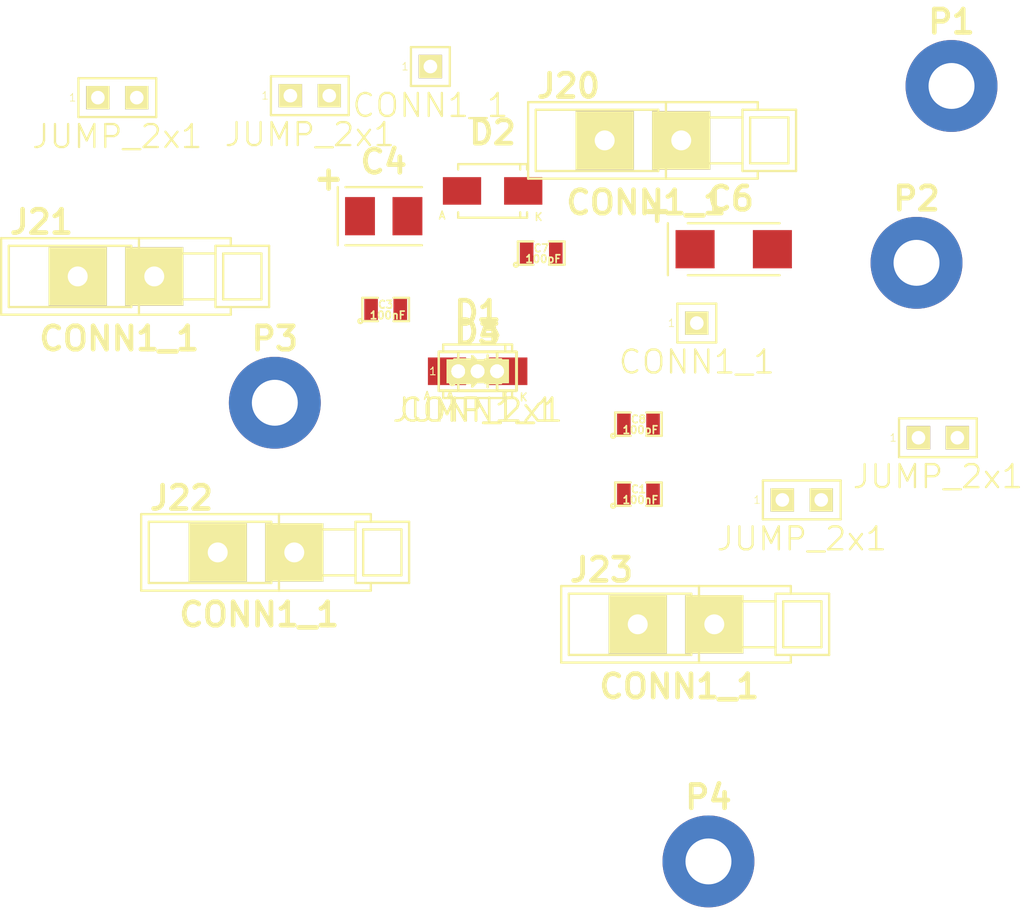
<source format=kicad_pcb>
(kicad_pcb (version 4) (host pcbnew "(2015-01-07 BZR 5359)-product")

  (general
    (links 64)
    (no_connects 51)
    (area 0 0 0 0)
    (thickness 1.6)
    (drawings 0)
    (tracks 0)
    (zones 0)
    (modules 50)
    (nets 21)
  )

  (page A4)
  (layers
    (0 F.Cu signal)
    (31 B.Cu signal)
    (32 B.Adhes user)
    (33 F.Adhes user)
    (34 B.Paste user)
    (35 F.Paste user)
    (36 B.SilkS user)
    (37 F.SilkS user)
    (38 B.Mask user)
    (39 F.Mask user)
    (40 Dwgs.User user)
    (41 Cmts.User user)
    (42 Eco1.User user)
    (43 Eco2.User user)
    (44 Edge.Cuts user)
    (45 Margin user)
    (46 B.CrtYd user)
    (47 F.CrtYd user)
    (48 B.Fab user)
    (49 F.Fab user)
  )

  (setup
    (last_trace_width 0.254)
    (trace_clearance 0.254)
    (zone_clearance 0.508)
    (zone_45_only no)
    (trace_min 0.254)
    (segment_width 0.2)
    (edge_width 0.1)
    (via_size 0.889)
    (via_drill 0.635)
    (via_min_size 0.889)
    (via_min_drill 0.508)
    (uvia_size 0.508)
    (uvia_drill 0.127)
    (uvias_allowed no)
    (uvia_min_size 0.508)
    (uvia_min_drill 0.127)
    (pcb_text_width 0.3)
    (pcb_text_size 1.5 1.5)
    (mod_edge_width 0.15)
    (mod_text_size 1 1)
    (mod_text_width 0.15)
    (pad_size 1.5 1.5)
    (pad_drill 0.6)
    (pad_to_mask_clearance 0)
    (aux_axis_origin 0 0)
    (visible_elements FFFFFF7F)
    (pcbplotparams
      (layerselection 0x00030_80000001)
      (usegerberextensions false)
      (excludeedgelayer true)
      (linewidth 0.300000)
      (plotframeref false)
      (viasonmask false)
      (mode 1)
      (useauxorigin false)
      (hpglpennumber 1)
      (hpglpenspeed 20)
      (hpglpendiameter 15)
      (hpglpenoverlay 2)
      (psnegative false)
      (psa4output false)
      (plotreference true)
      (plotvalue true)
      (plotinvisibletext false)
      (padsonsilk false)
      (subtractmaskfromsilk false)
      (outputformat 1)
      (mirror false)
      (drillshape 1)
      (scaleselection 1)
      (outputdirectory ""))
  )

  (net 0 "")
  (net 1 VSS)
  (net 2 GND)
  (net 3 VDD)
  (net 4 "Net-(C7-Pad1)")
  (net 5 "Net-(C8-Pad1)")
  (net 6 "Net-(C9-Pad1)")
  (net 7 "Net-(C10-Pad2)")
  (net 8 "Net-(C12-Pad1)")
  (net 9 "Net-(J8-Pad1)")
  (net 10 "Net-(J10-Pad1)")
  (net 11 "Net-(J11-Pad1)")
  (net 12 "Net-(J12-Pad1)")
  (net 13 "Net-(J13-Pad1)")
  (net 14 "Net-(J14-Pad1)")
  (net 15 "Net-(J15-Pad1)")
  (net 16 "Net-(J20-Pad1)")
  (net 17 "Net-(J21-Pad1)")
  (net 18 "Net-(J22-Pad1)")
  (net 19 "Net-(J23-Pad1)")
  (net 20 "Net-(J25-Pad1)")

  (net_class Default "Toto je výchozí třída sítě."
    (clearance 0.254)
    (trace_width 0.254)
    (via_dia 0.889)
    (via_drill 0.635)
    (uvia_dia 0.508)
    (uvia_drill 0.127)
    (add_net GND)
    (add_net "Net-(C10-Pad2)")
    (add_net "Net-(C12-Pad1)")
    (add_net "Net-(C7-Pad1)")
    (add_net "Net-(C8-Pad1)")
    (add_net "Net-(C9-Pad1)")
    (add_net "Net-(J10-Pad1)")
    (add_net "Net-(J11-Pad1)")
    (add_net "Net-(J12-Pad1)")
    (add_net "Net-(J13-Pad1)")
    (add_net "Net-(J14-Pad1)")
    (add_net "Net-(J15-Pad1)")
    (add_net "Net-(J20-Pad1)")
    (add_net "Net-(J21-Pad1)")
    (add_net "Net-(J22-Pad1)")
    (add_net "Net-(J23-Pad1)")
    (add_net "Net-(J25-Pad1)")
    (add_net "Net-(J8-Pad1)")
    (add_net VDD)
    (add_net VSS)
  )

  (module Mlab_R:SMD-0805 (layer F.Cu) (tedit 54799E0C) (tstamp 55102D48)
    (at 159.004 113.03)
    (path /54FE9673)
    (attr smd)
    (fp_text reference C1 (at 0 -0.3175) (layer F.SilkS)
      (effects (font (size 0.50038 0.50038) (thickness 0.10922)))
    )
    (fp_text value 100nF (at 0.127 0.381) (layer F.SilkS)
      (effects (font (size 0.50038 0.50038) (thickness 0.10922)))
    )
    (fp_circle (center -1.651 0.762) (end -1.651 0.635) (layer F.SilkS) (width 0.15))
    (fp_line (start -0.508 0.762) (end -1.524 0.762) (layer F.SilkS) (width 0.15))
    (fp_line (start -1.524 0.762) (end -1.524 -0.762) (layer F.SilkS) (width 0.15))
    (fp_line (start -1.524 -0.762) (end -0.508 -0.762) (layer F.SilkS) (width 0.15))
    (fp_line (start 0.508 -0.762) (end 1.524 -0.762) (layer F.SilkS) (width 0.15))
    (fp_line (start 1.524 -0.762) (end 1.524 0.762) (layer F.SilkS) (width 0.15))
    (fp_line (start 1.524 0.762) (end 0.508 0.762) (layer F.SilkS) (width 0.15))
    (pad 1 smd rect (at -0.9525 0) (size 0.889 1.397) (layers F.Cu F.Paste F.Mask)
      (net 1 VSS))
    (pad 2 smd rect (at 0.9525 0) (size 0.889 1.397) (layers F.Cu F.Paste F.Mask)
      (net 2 GND))
    (model MLAB_3D/Resistors/chip_cms.wrl
      (at (xyz 0 0 0))
      (scale (xyz 0.1 0.1 0.1))
      (rotate (xyz 0 0 0))
    )
  )

  (module Mlab_R:SMD-0805 (layer F.Cu) (tedit 54799E0C) (tstamp 55102D4E)
    (at 148.5011 105.0036)
    (path /54FE6F5F)
    (attr smd)
    (fp_text reference C2 (at 0 -0.3175) (layer F.SilkS)
      (effects (font (size 0.50038 0.50038) (thickness 0.10922)))
    )
    (fp_text value 100nF (at 0.127 0.381) (layer F.SilkS)
      (effects (font (size 0.50038 0.50038) (thickness 0.10922)))
    )
    (fp_circle (center -1.651 0.762) (end -1.651 0.635) (layer F.SilkS) (width 0.15))
    (fp_line (start -0.508 0.762) (end -1.524 0.762) (layer F.SilkS) (width 0.15))
    (fp_line (start -1.524 0.762) (end -1.524 -0.762) (layer F.SilkS) (width 0.15))
    (fp_line (start -1.524 -0.762) (end -0.508 -0.762) (layer F.SilkS) (width 0.15))
    (fp_line (start 0.508 -0.762) (end 1.524 -0.762) (layer F.SilkS) (width 0.15))
    (fp_line (start 1.524 -0.762) (end 1.524 0.762) (layer F.SilkS) (width 0.15))
    (fp_line (start 1.524 0.762) (end 0.508 0.762) (layer F.SilkS) (width 0.15))
    (pad 1 smd rect (at -0.9525 0) (size 0.889 1.397) (layers F.Cu F.Paste F.Mask)
      (net 3 VDD))
    (pad 2 smd rect (at 0.9525 0) (size 0.889 1.397) (layers F.Cu F.Paste F.Mask)
      (net 2 GND))
    (model MLAB_3D/Resistors/chip_cms.wrl
      (at (xyz 0 0 0))
      (scale (xyz 0.1 0.1 0.1))
      (rotate (xyz 0 0 0))
    )
  )

  (module Mlab_R:SMD-0805 (layer F.Cu) (tedit 54799E0C) (tstamp 55102D54)
    (at 142.494 100.965)
    (path /54FEA936)
    (attr smd)
    (fp_text reference C3 (at 0 -0.3175) (layer F.SilkS)
      (effects (font (size 0.50038 0.50038) (thickness 0.10922)))
    )
    (fp_text value 100nF (at 0.127 0.381) (layer F.SilkS)
      (effects (font (size 0.50038 0.50038) (thickness 0.10922)))
    )
    (fp_circle (center -1.651 0.762) (end -1.651 0.635) (layer F.SilkS) (width 0.15))
    (fp_line (start -0.508 0.762) (end -1.524 0.762) (layer F.SilkS) (width 0.15))
    (fp_line (start -1.524 0.762) (end -1.524 -0.762) (layer F.SilkS) (width 0.15))
    (fp_line (start -1.524 -0.762) (end -0.508 -0.762) (layer F.SilkS) (width 0.15))
    (fp_line (start 0.508 -0.762) (end 1.524 -0.762) (layer F.SilkS) (width 0.15))
    (fp_line (start 1.524 -0.762) (end 1.524 0.762) (layer F.SilkS) (width 0.15))
    (fp_line (start 1.524 0.762) (end 0.508 0.762) (layer F.SilkS) (width 0.15))
    (pad 1 smd rect (at -0.9525 0) (size 0.889 1.397) (layers F.Cu F.Paste F.Mask)
      (net 1 VSS))
    (pad 2 smd rect (at 0.9525 0) (size 0.889 1.397) (layers F.Cu F.Paste F.Mask)
      (net 2 GND))
    (model MLAB_3D/Resistors/chip_cms.wrl
      (at (xyz 0 0 0))
      (scale (xyz 0.1 0.1 0.1))
      (rotate (xyz 0 0 0))
    )
  )

  (module Mlab_C:TantalC_SizeB_Reflow (layer F.Cu) (tedit 54BBE393) (tstamp 55102D5A)
    (at 142.367 94.869)
    (descr "Tantal Cap. , Size B, EIA-3528, Reflow,")
    (tags "Tantal Cap. , Size B, EIA-3528, Reflow,")
    (path /54FE7080)
    (attr smd)
    (fp_text reference C4 (at 0 -3.556) (layer F.SilkS)
      (effects (font (thickness 0.3048)))
    )
    (fp_text value 10uF (at 0 3.556) (layer F.SilkS) hide
      (effects (font (thickness 0.3048)))
    )
    (fp_text user + (at -3.59918 -2.49936) (layer F.SilkS)
      (effects (font (thickness 0.3048)))
    )
    (fp_line (start -2.99974 -1.89992) (end -2.99974 1.89992) (layer F.SilkS) (width 0.15))
    (fp_line (start 2.49936 -1.89992) (end -2.49936 -1.89992) (layer F.SilkS) (width 0.15))
    (fp_line (start 2.49682 1.89992) (end -2.5019 1.89992) (layer F.SilkS) (width 0.15))
    (fp_line (start -3.60172 -3.00228) (end -3.60172 -1.90246) (layer F.SilkS) (width 0.15))
    (fp_line (start -4.20116 -2.5019) (end -3.00228 -2.5019) (layer F.SilkS) (width 0.15))
    (pad 2 smd rect (at 1.5494 0) (size 1.95072 2.49936) (layers F.Cu F.Paste F.Mask)
      (net 2 GND))
    (pad 1 smd rect (at -1.5494 0) (size 1.95072 2.49936) (layers F.Cu F.Paste F.Mask)
      (net 3 VDD))
    (model MLAB_3D/Capacitors/c_tant_B.wrl
      (at (xyz 0 0 0))
      (scale (xyz 1 1 1))
      (rotate (xyz 0 0 0))
    )
  )

  (module Mlab_R:SMD-0805 (layer F.Cu) (tedit 54799E0C) (tstamp 55102D60)
    (at 148.5011 105.0036)
    (path /54FEA9B7)
    (attr smd)
    (fp_text reference C5 (at 0 -0.3175) (layer F.SilkS)
      (effects (font (size 0.50038 0.50038) (thickness 0.10922)))
    )
    (fp_text value 100nF (at 0.127 0.381) (layer F.SilkS)
      (effects (font (size 0.50038 0.50038) (thickness 0.10922)))
    )
    (fp_circle (center -1.651 0.762) (end -1.651 0.635) (layer F.SilkS) (width 0.15))
    (fp_line (start -0.508 0.762) (end -1.524 0.762) (layer F.SilkS) (width 0.15))
    (fp_line (start -1.524 0.762) (end -1.524 -0.762) (layer F.SilkS) (width 0.15))
    (fp_line (start -1.524 -0.762) (end -0.508 -0.762) (layer F.SilkS) (width 0.15))
    (fp_line (start 0.508 -0.762) (end 1.524 -0.762) (layer F.SilkS) (width 0.15))
    (fp_line (start 1.524 -0.762) (end 1.524 0.762) (layer F.SilkS) (width 0.15))
    (fp_line (start 1.524 0.762) (end 0.508 0.762) (layer F.SilkS) (width 0.15))
    (pad 1 smd rect (at -0.9525 0) (size 0.889 1.397) (layers F.Cu F.Paste F.Mask)
      (net 1 VSS))
    (pad 2 smd rect (at 0.9525 0) (size 0.889 1.397) (layers F.Cu F.Paste F.Mask)
      (net 2 GND))
    (model MLAB_3D/Resistors/chip_cms.wrl
      (at (xyz 0 0 0))
      (scale (xyz 0.1 0.1 0.1))
      (rotate (xyz 0 0 0))
    )
  )

  (module Mlab_C:TantalC_SizeC_Reflow (layer F.Cu) (tedit 54BBE3C9) (tstamp 55102D66)
    (at 165.227 97.028)
    (descr "Tantal Cap. , Size C, EIA-6032, Reflow,")
    (tags "Tantal Cap. , Size C, EIA-6032, Reflow,")
    (path /54FE73F0)
    (attr smd)
    (fp_text reference C6 (at -0.20066 -3.29946) (layer F.SilkS)
      (effects (font (thickness 0.3048)))
    )
    (fp_text value 22-47uF/20V (at -0.09906 3.59918) (layer F.SilkS) hide
      (effects (font (thickness 0.3048)))
    )
    (fp_line (start -4.30022 -1.69926) (end -4.30022 1.69926) (layer F.SilkS) (width 0.15))
    (fp_line (start 2.99974 1.69926) (end -2.99974 1.69926) (layer F.SilkS) (width 0.15))
    (fp_line (start 2.99974 -1.69926) (end -2.99974 -1.69926) (layer F.SilkS) (width 0.15))
    (fp_text user + (at -4.99872 -2.55016) (layer F.SilkS)
      (effects (font (thickness 0.3048)))
    )
    (fp_line (start -5.00126 -3.05308) (end -5.00126 -1.95326) (layer F.SilkS) (width 0.15))
    (fp_line (start -5.6007 -2.5527) (end -4.40182 -2.5527) (layer F.SilkS) (width 0.15))
    (pad 2 smd rect (at 2.52476 0) (size 2.55016 2.49936) (layers F.Cu F.Paste F.Mask)
      (net 2 GND))
    (pad 1 smd rect (at -2.52476 0) (size 2.55016 2.49936) (layers F.Cu F.Paste F.Mask)
      (net 1 VSS))
    (model MLAB_3D/Capacitors/c_tant_C.wrl
      (at (xyz 0 0 0))
      (scale (xyz 1 1 1))
      (rotate (xyz 0 0 180))
    )
  )

  (module Mlab_R:SMD-0805 (layer F.Cu) (tedit 54799E0C) (tstamp 55102D6C)
    (at 152.654 97.282)
    (path /54FE26EC)
    (attr smd)
    (fp_text reference C7 (at 0 -0.3175) (layer F.SilkS)
      (effects (font (size 0.50038 0.50038) (thickness 0.10922)))
    )
    (fp_text value 100pF (at 0.127 0.381) (layer F.SilkS)
      (effects (font (size 0.50038 0.50038) (thickness 0.10922)))
    )
    (fp_circle (center -1.651 0.762) (end -1.651 0.635) (layer F.SilkS) (width 0.15))
    (fp_line (start -0.508 0.762) (end -1.524 0.762) (layer F.SilkS) (width 0.15))
    (fp_line (start -1.524 0.762) (end -1.524 -0.762) (layer F.SilkS) (width 0.15))
    (fp_line (start -1.524 -0.762) (end -0.508 -0.762) (layer F.SilkS) (width 0.15))
    (fp_line (start 0.508 -0.762) (end 1.524 -0.762) (layer F.SilkS) (width 0.15))
    (fp_line (start 1.524 -0.762) (end 1.524 0.762) (layer F.SilkS) (width 0.15))
    (fp_line (start 1.524 0.762) (end 0.508 0.762) (layer F.SilkS) (width 0.15))
    (pad 1 smd rect (at -0.9525 0) (size 0.889 1.397) (layers F.Cu F.Paste F.Mask)
      (net 4 "Net-(C7-Pad1)"))
    (pad 2 smd rect (at 0.9525 0) (size 0.889 1.397) (layers F.Cu F.Paste F.Mask)
      (net 2 GND))
    (model MLAB_3D/Resistors/chip_cms.wrl
      (at (xyz 0 0 0))
      (scale (xyz 0.1 0.1 0.1))
      (rotate (xyz 0 0 0))
    )
  )

  (module Mlab_R:SMD-0805 (layer F.Cu) (tedit 54799E0C) (tstamp 55102D72)
    (at 159.004 108.458)
    (path /54FF4ED6)
    (attr smd)
    (fp_text reference C8 (at 0 -0.3175) (layer F.SilkS)
      (effects (font (size 0.50038 0.50038) (thickness 0.10922)))
    )
    (fp_text value 100pF (at 0.127 0.381) (layer F.SilkS)
      (effects (font (size 0.50038 0.50038) (thickness 0.10922)))
    )
    (fp_circle (center -1.651 0.762) (end -1.651 0.635) (layer F.SilkS) (width 0.15))
    (fp_line (start -0.508 0.762) (end -1.524 0.762) (layer F.SilkS) (width 0.15))
    (fp_line (start -1.524 0.762) (end -1.524 -0.762) (layer F.SilkS) (width 0.15))
    (fp_line (start -1.524 -0.762) (end -0.508 -0.762) (layer F.SilkS) (width 0.15))
    (fp_line (start 0.508 -0.762) (end 1.524 -0.762) (layer F.SilkS) (width 0.15))
    (fp_line (start 1.524 -0.762) (end 1.524 0.762) (layer F.SilkS) (width 0.15))
    (fp_line (start 1.524 0.762) (end 0.508 0.762) (layer F.SilkS) (width 0.15))
    (pad 1 smd rect (at -0.9525 0) (size 0.889 1.397) (layers F.Cu F.Paste F.Mask)
      (net 5 "Net-(C8-Pad1)"))
    (pad 2 smd rect (at 0.9525 0) (size 0.889 1.397) (layers F.Cu F.Paste F.Mask)
      (net 2 GND))
    (model MLAB_3D/Resistors/chip_cms.wrl
      (at (xyz 0 0 0))
      (scale (xyz 0.1 0.1 0.1))
      (rotate (xyz 0 0 0))
    )
  )

  (module Mlab_R:SMD-0805 (layer F.Cu) (tedit 54799E0C) (tstamp 55102D78)
    (at 148.5011 105.0036)
    (path /54FF4F27)
    (attr smd)
    (fp_text reference C9 (at 0 -0.3175) (layer F.SilkS)
      (effects (font (size 0.50038 0.50038) (thickness 0.10922)))
    )
    (fp_text value 100pF (at 0.127 0.381) (layer F.SilkS)
      (effects (font (size 0.50038 0.50038) (thickness 0.10922)))
    )
    (fp_circle (center -1.651 0.762) (end -1.651 0.635) (layer F.SilkS) (width 0.15))
    (fp_line (start -0.508 0.762) (end -1.524 0.762) (layer F.SilkS) (width 0.15))
    (fp_line (start -1.524 0.762) (end -1.524 -0.762) (layer F.SilkS) (width 0.15))
    (fp_line (start -1.524 -0.762) (end -0.508 -0.762) (layer F.SilkS) (width 0.15))
    (fp_line (start 0.508 -0.762) (end 1.524 -0.762) (layer F.SilkS) (width 0.15))
    (fp_line (start 1.524 -0.762) (end 1.524 0.762) (layer F.SilkS) (width 0.15))
    (fp_line (start 1.524 0.762) (end 0.508 0.762) (layer F.SilkS) (width 0.15))
    (pad 1 smd rect (at -0.9525 0) (size 0.889 1.397) (layers F.Cu F.Paste F.Mask)
      (net 6 "Net-(C9-Pad1)"))
    (pad 2 smd rect (at 0.9525 0) (size 0.889 1.397) (layers F.Cu F.Paste F.Mask)
      (net 2 GND))
    (model MLAB_3D/Resistors/chip_cms.wrl
      (at (xyz 0 0 0))
      (scale (xyz 0.1 0.1 0.1))
      (rotate (xyz 0 0 0))
    )
  )

  (module Mlab_R:SMD-0805 (layer F.Cu) (tedit 54799E0C) (tstamp 55102D7E)
    (at 148.5011 105.0036)
    (path /54FDE2A9)
    (attr smd)
    (fp_text reference C10 (at 0 -0.3175) (layer F.SilkS)
      (effects (font (size 0.50038 0.50038) (thickness 0.10922)))
    )
    (fp_text value 220nF (at 0.127 0.381) (layer F.SilkS)
      (effects (font (size 0.50038 0.50038) (thickness 0.10922)))
    )
    (fp_circle (center -1.651 0.762) (end -1.651 0.635) (layer F.SilkS) (width 0.15))
    (fp_line (start -0.508 0.762) (end -1.524 0.762) (layer F.SilkS) (width 0.15))
    (fp_line (start -1.524 0.762) (end -1.524 -0.762) (layer F.SilkS) (width 0.15))
    (fp_line (start -1.524 -0.762) (end -0.508 -0.762) (layer F.SilkS) (width 0.15))
    (fp_line (start 0.508 -0.762) (end 1.524 -0.762) (layer F.SilkS) (width 0.15))
    (fp_line (start 1.524 -0.762) (end 1.524 0.762) (layer F.SilkS) (width 0.15))
    (fp_line (start 1.524 0.762) (end 0.508 0.762) (layer F.SilkS) (width 0.15))
    (pad 1 smd rect (at -0.9525 0) (size 0.889 1.397) (layers F.Cu F.Paste F.Mask)
      (net 1 VSS))
    (pad 2 smd rect (at 0.9525 0) (size 0.889 1.397) (layers F.Cu F.Paste F.Mask)
      (net 7 "Net-(C10-Pad2)"))
    (model MLAB_3D/Resistors/chip_cms.wrl
      (at (xyz 0 0 0))
      (scale (xyz 0.1 0.1 0.1))
      (rotate (xyz 0 0 0))
    )
  )

  (module Mlab_R:SMD-0805 (layer F.Cu) (tedit 54799E0C) (tstamp 55102D84)
    (at 148.5011 105.0036)
    (path /54FDE141)
    (attr smd)
    (fp_text reference C11 (at 0 -0.3175) (layer F.SilkS)
      (effects (font (size 0.50038 0.50038) (thickness 0.10922)))
    )
    (fp_text value 10nF (at 0.127 0.381) (layer F.SilkS)
      (effects (font (size 0.50038 0.50038) (thickness 0.10922)))
    )
    (fp_circle (center -1.651 0.762) (end -1.651 0.635) (layer F.SilkS) (width 0.15))
    (fp_line (start -0.508 0.762) (end -1.524 0.762) (layer F.SilkS) (width 0.15))
    (fp_line (start -1.524 0.762) (end -1.524 -0.762) (layer F.SilkS) (width 0.15))
    (fp_line (start -1.524 -0.762) (end -0.508 -0.762) (layer F.SilkS) (width 0.15))
    (fp_line (start 0.508 -0.762) (end 1.524 -0.762) (layer F.SilkS) (width 0.15))
    (fp_line (start 1.524 -0.762) (end 1.524 0.762) (layer F.SilkS) (width 0.15))
    (fp_line (start 1.524 0.762) (end 0.508 0.762) (layer F.SilkS) (width 0.15))
    (pad 1 smd rect (at -0.9525 0) (size 0.889 1.397) (layers F.Cu F.Paste F.Mask))
    (pad 2 smd rect (at 0.9525 0) (size 0.889 1.397) (layers F.Cu F.Paste F.Mask))
    (model MLAB_3D/Resistors/chip_cms.wrl
      (at (xyz 0 0 0))
      (scale (xyz 0.1 0.1 0.1))
      (rotate (xyz 0 0 0))
    )
  )

  (module Mlab_R:SMD-0805 (layer F.Cu) (tedit 54799E0C) (tstamp 55102D8A)
    (at 148.5011 105.0036)
    (path /54FE0214)
    (attr smd)
    (fp_text reference C12 (at 0 -0.3175) (layer F.SilkS)
      (effects (font (size 0.50038 0.50038) (thickness 0.10922)))
    )
    (fp_text value 10nF (at 0.127 0.381) (layer F.SilkS)
      (effects (font (size 0.50038 0.50038) (thickness 0.10922)))
    )
    (fp_circle (center -1.651 0.762) (end -1.651 0.635) (layer F.SilkS) (width 0.15))
    (fp_line (start -0.508 0.762) (end -1.524 0.762) (layer F.SilkS) (width 0.15))
    (fp_line (start -1.524 0.762) (end -1.524 -0.762) (layer F.SilkS) (width 0.15))
    (fp_line (start -1.524 -0.762) (end -0.508 -0.762) (layer F.SilkS) (width 0.15))
    (fp_line (start 0.508 -0.762) (end 1.524 -0.762) (layer F.SilkS) (width 0.15))
    (fp_line (start 1.524 -0.762) (end 1.524 0.762) (layer F.SilkS) (width 0.15))
    (fp_line (start 1.524 0.762) (end 0.508 0.762) (layer F.SilkS) (width 0.15))
    (pad 1 smd rect (at -0.9525 0) (size 0.889 1.397) (layers F.Cu F.Paste F.Mask)
      (net 8 "Net-(C12-Pad1)"))
    (pad 2 smd rect (at 0.9525 0) (size 0.889 1.397) (layers F.Cu F.Paste F.Mask)
      (net 2 GND))
    (model MLAB_3D/Resistors/chip_cms.wrl
      (at (xyz 0 0 0))
      (scale (xyz 0.1 0.1 0.1))
      (rotate (xyz 0 0 0))
    )
  )

  (module Mlab_D:SMA_Standard (layer F.Cu) (tedit 54BBE0AF) (tstamp 55102D90)
    (at 148.5011 105.0036)
    (descr "Diode SMA")
    (tags "Diode SMA")
    (path /54FE621C)
    (attr smd)
    (fp_text reference D1 (at 0 -3.81) (layer F.SilkS)
      (effects (font (thickness 0.3048)))
    )
    (fp_text value M4 (at 0 3.81) (layer F.SilkS) hide
      (effects (font (thickness 0.3048)))
    )
    (fp_text user A (at -3.29946 1.6002) (layer F.SilkS)
      (effects (font (size 0.50038 0.50038) (thickness 0.09906)))
    )
    (fp_text user K (at 2.99974 1.69926) (layer F.SilkS)
      (effects (font (size 0.50038 0.50038) (thickness 0.09906)))
    )
    (fp_circle (center 0 0) (end 0.20066 -0.0508) (layer F.Adhes) (width 0.381))
    (fp_line (start 1.80086 1.75006) (end 1.80086 1.39954) (layer F.SilkS) (width 0.15))
    (fp_line (start 1.80086 -1.75006) (end 1.80086 -1.39954) (layer F.SilkS) (width 0.15))
    (fp_line (start 2.25044 1.75006) (end 2.25044 1.39954) (layer F.SilkS) (width 0.15))
    (fp_line (start -2.25044 1.75006) (end -2.25044 1.39954) (layer F.SilkS) (width 0.15))
    (fp_line (start -2.25044 -1.75006) (end -2.25044 -1.39954) (layer F.SilkS) (width 0.15))
    (fp_line (start 2.25044 -1.75006) (end 2.25044 -1.39954) (layer F.SilkS) (width 0.15))
    (fp_line (start -2.25044 1.75006) (end 2.25044 1.75006) (layer F.SilkS) (width 0.15))
    (fp_line (start -2.25044 -1.75006) (end 2.25044 -1.75006) (layer F.SilkS) (width 0.15))
    (pad 1 smd rect (at -1.99898 0) (size 2.49936 1.80086) (layers F.Cu F.Paste F.Mask)
      (net 2 GND))
    (pad 2 smd rect (at 1.99898 0) (size 2.49936 1.80086) (layers F.Cu F.Paste F.Mask)
      (net 1 VSS))
    (model MLAB_3D/Diodes/SMA.wrl
      (at (xyz 0 0 0))
      (scale (xyz 0.3937 0.3937 0.3937))
      (rotate (xyz 0 0 0))
    )
  )

  (module Mlab_D:SMA_Standard (layer F.Cu) (tedit 54BBE0AF) (tstamp 55102D96)
    (at 149.479 93.218)
    (descr "Diode SMA")
    (tags "Diode SMA")
    (path /54FE514B)
    (attr smd)
    (fp_text reference D2 (at 0 -3.81) (layer F.SilkS)
      (effects (font (thickness 0.3048)))
    )
    (fp_text value M4 (at 0 3.81) (layer F.SilkS) hide
      (effects (font (thickness 0.3048)))
    )
    (fp_text user A (at -3.29946 1.6002) (layer F.SilkS)
      (effects (font (size 0.50038 0.50038) (thickness 0.09906)))
    )
    (fp_text user K (at 2.99974 1.69926) (layer F.SilkS)
      (effects (font (size 0.50038 0.50038) (thickness 0.09906)))
    )
    (fp_circle (center 0 0) (end 0.20066 -0.0508) (layer F.Adhes) (width 0.381))
    (fp_line (start 1.80086 1.75006) (end 1.80086 1.39954) (layer F.SilkS) (width 0.15))
    (fp_line (start 1.80086 -1.75006) (end 1.80086 -1.39954) (layer F.SilkS) (width 0.15))
    (fp_line (start 2.25044 1.75006) (end 2.25044 1.39954) (layer F.SilkS) (width 0.15))
    (fp_line (start -2.25044 1.75006) (end -2.25044 1.39954) (layer F.SilkS) (width 0.15))
    (fp_line (start -2.25044 -1.75006) (end -2.25044 -1.39954) (layer F.SilkS) (width 0.15))
    (fp_line (start 2.25044 -1.75006) (end 2.25044 -1.39954) (layer F.SilkS) (width 0.15))
    (fp_line (start -2.25044 1.75006) (end 2.25044 1.75006) (layer F.SilkS) (width 0.15))
    (fp_line (start -2.25044 -1.75006) (end 2.25044 -1.75006) (layer F.SilkS) (width 0.15))
    (pad 1 smd rect (at -1.99898 0) (size 2.49936 1.80086) (layers F.Cu F.Paste F.Mask)
      (net 2 GND))
    (pad 2 smd rect (at 1.99898 0) (size 2.49936 1.80086) (layers F.Cu F.Paste F.Mask)
      (net 3 VDD))
    (model MLAB_3D/Diodes/SMA.wrl
      (at (xyz 0 0 0))
      (scale (xyz 0.3937 0.3937 0.3937))
      (rotate (xyz 0 0 0))
    )
  )

  (module Mlab_D:MiniMELF_Standard (layer F.Cu) (tedit 54BBE081) (tstamp 55102D9C)
    (at 148.5011 105.0036)
    (descr "Diode Mini-MELF Standard")
    (tags "Diode Mini-MELF Standard")
    (path /54FDDE4A)
    (attr smd)
    (fp_text reference D3 (at 0 -2.54) (layer F.SilkS)
      (effects (font (thickness 0.3048)))
    )
    (fp_text value BAT46SW (at 0 3.81) (layer F.SilkS) hide
      (effects (font (thickness 0.3048)))
    )
    (fp_line (start 0.65024 0.0508) (end -0.35052 -1.00076) (layer F.SilkS) (width 0.15))
    (fp_line (start -0.35052 -1.00076) (end -0.35052 1.00076) (layer F.SilkS) (width 0.15))
    (fp_line (start -0.35052 1.00076) (end 0.65024 0) (layer F.SilkS) (width 0.15))
    (fp_line (start 0.65024 -1.04902) (end 0.65024 1.04902) (layer F.SilkS) (width 0.15))
    (fp_text user A (at -1.80086 1.5494) (layer F.SilkS)
      (effects (font (size 0.50038 0.50038) (thickness 0.09906)))
    )
    (fp_text user K (at 1.80086 1.5494) (layer F.SilkS)
      (effects (font (size 0.50038 0.50038) (thickness 0.09906)))
    )
    (fp_circle (center 0 0) (end 0 0.55118) (layer F.Adhes) (width 0.381))
    (fp_circle (center 0 0) (end 0 0.20066) (layer F.Adhes) (width 0.381))
    (pad 1 smd rect (at -1.75006 0) (size 1.30048 1.69926) (layers F.Cu F.Paste F.Mask)
      (net 1 VSS))
    (pad 2 smd rect (at 1.75006 0) (size 1.30048 1.69926) (layers F.Cu F.Paste F.Mask)
      (net 7 "Net-(C10-Pad2)"))
    (model MLAB_3D/Diodes/MiniMELF_DO213AA.wrl
      (at (xyz 0 0 0))
      (scale (xyz 0.3937 0.3937 0.3937))
      (rotate (xyz 0 0 0))
    )
  )

  (module Mlab_D:MiniMELF_Standard (layer F.Cu) (tedit 54BBE081) (tstamp 55102DA2)
    (at 148.5011 105.0036)
    (descr "Diode Mini-MELF Standard")
    (tags "Diode Mini-MELF Standard")
    (path /54FE00B9)
    (attr smd)
    (fp_text reference D4 (at 0 -2.54) (layer F.SilkS)
      (effects (font (thickness 0.3048)))
    )
    (fp_text value BZV55C-3,6V (at 0 3.81) (layer F.SilkS) hide
      (effects (font (thickness 0.3048)))
    )
    (fp_line (start 0.65024 0.0508) (end -0.35052 -1.00076) (layer F.SilkS) (width 0.15))
    (fp_line (start -0.35052 -1.00076) (end -0.35052 1.00076) (layer F.SilkS) (width 0.15))
    (fp_line (start -0.35052 1.00076) (end 0.65024 0) (layer F.SilkS) (width 0.15))
    (fp_line (start 0.65024 -1.04902) (end 0.65024 1.04902) (layer F.SilkS) (width 0.15))
    (fp_text user A (at -1.80086 1.5494) (layer F.SilkS)
      (effects (font (size 0.50038 0.50038) (thickness 0.09906)))
    )
    (fp_text user K (at 1.80086 1.5494) (layer F.SilkS)
      (effects (font (size 0.50038 0.50038) (thickness 0.09906)))
    )
    (fp_circle (center 0 0) (end 0 0.55118) (layer F.Adhes) (width 0.381))
    (fp_circle (center 0 0) (end 0 0.20066) (layer F.Adhes) (width 0.381))
    (pad 1 smd rect (at -1.75006 0) (size 1.30048 1.69926) (layers F.Cu F.Paste F.Mask)
      (net 2 GND))
    (pad 2 smd rect (at 1.75006 0) (size 1.30048 1.69926) (layers F.Cu F.Paste F.Mask)
      (net 8 "Net-(C12-Pad1)"))
    (model MLAB_3D/Diodes/MiniMELF_DO213AA.wrl
      (at (xyz 0 0 0))
      (scale (xyz 0.3937 0.3937 0.3937))
      (rotate (xyz 0 0 0))
    )
  )

  (module Mlab_Pin_Headers:Straight_2x01 (layer F.Cu) (tedit 5454C210) (tstamp 55102DA8)
    (at 137.541 86.995)
    (descr "pin header straight 2x01")
    (tags "pin header straight 2x01")
    (path /54FDC78E)
    (fp_text reference J1 (at 0 -2.54) (layer F.SilkS) hide
      (effects (font (size 1.5 1.5) (thickness 0.15)))
    )
    (fp_text value JUMP_2x1 (at 0 2.54) (layer F.SilkS)
      (effects (font (size 1.5 1.5) (thickness 0.15)))
    )
    (fp_text user 1 (at -2.921 0) (layer F.SilkS)
      (effects (font (size 0.5 0.5) (thickness 0.05)))
    )
    (fp_line (start -2.54 -1.27) (end 2.54 -1.27) (layer F.SilkS) (width 0.15))
    (fp_line (start 2.54 -1.27) (end 2.54 1.27) (layer F.SilkS) (width 0.15))
    (fp_line (start 2.54 1.27) (end -2.54 1.27) (layer F.SilkS) (width 0.15))
    (fp_line (start -2.54 1.27) (end -2.54 -1.27) (layer F.SilkS) (width 0.15))
    (pad 1 thru_hole rect (at -1.27 0) (size 1.524 1.524) (drill 0.889) (layers *.Cu *.Mask F.SilkS)
      (net 2 GND))
    (pad 2 thru_hole rect (at 1.27 0) (size 1.524 1.524) (drill 0.889) (layers *.Cu *.Mask F.SilkS)
      (net 2 GND))
    (model Pin_Headers/Pin_Header_Straight_2x01.wrl
      (at (xyz 0 0 0))
      (scale (xyz 1 1 1))
      (rotate (xyz 0 0 90))
    )
  )

  (module Mlab_Pin_Headers:Straight_2x01 (layer F.Cu) (tedit 5454C210) (tstamp 55102DAE)
    (at 169.672 113.411)
    (descr "pin header straight 2x01")
    (tags "pin header straight 2x01")
    (path /54FDC8C2)
    (fp_text reference J2 (at 0 -2.54) (layer F.SilkS) hide
      (effects (font (size 1.5 1.5) (thickness 0.15)))
    )
    (fp_text value JUMP_2x1 (at 0 2.54) (layer F.SilkS)
      (effects (font (size 1.5 1.5) (thickness 0.15)))
    )
    (fp_text user 1 (at -2.921 0) (layer F.SilkS)
      (effects (font (size 0.5 0.5) (thickness 0.05)))
    )
    (fp_line (start -2.54 -1.27) (end 2.54 -1.27) (layer F.SilkS) (width 0.15))
    (fp_line (start 2.54 -1.27) (end 2.54 1.27) (layer F.SilkS) (width 0.15))
    (fp_line (start 2.54 1.27) (end -2.54 1.27) (layer F.SilkS) (width 0.15))
    (fp_line (start -2.54 1.27) (end -2.54 -1.27) (layer F.SilkS) (width 0.15))
    (pad 1 thru_hole rect (at -1.27 0) (size 1.524 1.524) (drill 0.889) (layers *.Cu *.Mask F.SilkS)
      (net 3 VDD))
    (pad 2 thru_hole rect (at 1.27 0) (size 1.524 1.524) (drill 0.889) (layers *.Cu *.Mask F.SilkS)
      (net 3 VDD))
    (model Pin_Headers/Pin_Header_Straight_2x01.wrl
      (at (xyz 0 0 0))
      (scale (xyz 1 1 1))
      (rotate (xyz 0 0 90))
    )
  )

  (module Mlab_Pin_Headers:Straight_2x01 (layer F.Cu) (tedit 5454C210) (tstamp 55102DB4)
    (at 178.562 109.347)
    (descr "pin header straight 2x01")
    (tags "pin header straight 2x01")
    (path /54FDC8F1)
    (fp_text reference J3 (at 0 -2.54) (layer F.SilkS) hide
      (effects (font (size 1.5 1.5) (thickness 0.15)))
    )
    (fp_text value JUMP_2x1 (at 0 2.54) (layer F.SilkS)
      (effects (font (size 1.5 1.5) (thickness 0.15)))
    )
    (fp_text user 1 (at -2.921 0) (layer F.SilkS)
      (effects (font (size 0.5 0.5) (thickness 0.05)))
    )
    (fp_line (start -2.54 -1.27) (end 2.54 -1.27) (layer F.SilkS) (width 0.15))
    (fp_line (start 2.54 -1.27) (end 2.54 1.27) (layer F.SilkS) (width 0.15))
    (fp_line (start 2.54 1.27) (end -2.54 1.27) (layer F.SilkS) (width 0.15))
    (fp_line (start -2.54 1.27) (end -2.54 -1.27) (layer F.SilkS) (width 0.15))
    (pad 1 thru_hole rect (at -1.27 0) (size 1.524 1.524) (drill 0.889) (layers *.Cu *.Mask F.SilkS)
      (net 2 GND))
    (pad 2 thru_hole rect (at 1.27 0) (size 1.524 1.524) (drill 0.889) (layers *.Cu *.Mask F.SilkS)
      (net 2 GND))
    (model Pin_Headers/Pin_Header_Straight_2x01.wrl
      (at (xyz 0 0 0))
      (scale (xyz 1 1 1))
      (rotate (xyz 0 0 90))
    )
  )

  (module Mlab_Pin_Headers:Straight_1x01 (layer F.Cu) (tedit 5454C210) (tstamp 55102DB9)
    (at 162.814 101.854)
    (descr "pin header straight 1x01")
    (tags "pin header straight 1x01")
    (path /54FE5CB5)
    (fp_text reference J4 (at 0 -2.54) (layer F.SilkS) hide
      (effects (font (size 1.5 1.5) (thickness 0.15)))
    )
    (fp_text value CONN1_1 (at 0 2.54) (layer F.SilkS)
      (effects (font (size 1.5 1.5) (thickness 0.15)))
    )
    (fp_text user 1 (at -1.651 0) (layer F.SilkS)
      (effects (font (size 0.5 0.5) (thickness 0.05)))
    )
    (fp_line (start -1.27 -1.27) (end 1.27 -1.27) (layer F.SilkS) (width 0.15))
    (fp_line (start 1.27 -1.27) (end 1.27 1.27) (layer F.SilkS) (width 0.15))
    (fp_line (start 1.27 1.27) (end -1.27 1.27) (layer F.SilkS) (width 0.15))
    (fp_line (start -1.27 1.27) (end -1.27 -1.27) (layer F.SilkS) (width 0.15))
    (pad 1 thru_hole rect (at 0 0) (size 1.524 1.524) (drill 0.889) (layers *.Cu *.Mask F.SilkS)
      (net 1 VSS))
    (model Pin_Headers/Pin_Header_Straight_1x01.wrl
      (at (xyz 0 0 0))
      (scale (xyz 1 1 1))
      (rotate (xyz 0 0 90))
    )
  )

  (module Mlab_Pin_Headers:Straight_1x01 (layer F.Cu) (tedit 5454C210) (tstamp 55102DBE)
    (at 145.415 85.09)
    (descr "pin header straight 1x01")
    (tags "pin header straight 1x01")
    (path /54FE60F5)
    (fp_text reference J5 (at 0 -2.54) (layer F.SilkS) hide
      (effects (font (size 1.5 1.5) (thickness 0.15)))
    )
    (fp_text value CONN1_1 (at 0 2.54) (layer F.SilkS)
      (effects (font (size 1.5 1.5) (thickness 0.15)))
    )
    (fp_text user 1 (at -1.651 0) (layer F.SilkS)
      (effects (font (size 0.5 0.5) (thickness 0.05)))
    )
    (fp_line (start -1.27 -1.27) (end 1.27 -1.27) (layer F.SilkS) (width 0.15))
    (fp_line (start 1.27 -1.27) (end 1.27 1.27) (layer F.SilkS) (width 0.15))
    (fp_line (start 1.27 1.27) (end -1.27 1.27) (layer F.SilkS) (width 0.15))
    (fp_line (start -1.27 1.27) (end -1.27 -1.27) (layer F.SilkS) (width 0.15))
    (pad 1 thru_hole rect (at 0 0) (size 1.524 1.524) (drill 0.889) (layers *.Cu *.Mask F.SilkS)
      (net 2 GND))
    (model Pin_Headers/Pin_Header_Straight_1x01.wrl
      (at (xyz 0 0 0))
      (scale (xyz 1 1 1))
      (rotate (xyz 0 0 90))
    )
  )

  (module Mlab_Pin_Headers:Straight_2x01 (layer F.Cu) (tedit 5454C210) (tstamp 55102DC4)
    (at 148.5011 105.0036)
    (descr "pin header straight 2x01")
    (tags "pin header straight 2x01")
    (path /54FDBF7A)
    (fp_text reference J6 (at 0 -2.54) (layer F.SilkS) hide
      (effects (font (size 1.5 1.5) (thickness 0.15)))
    )
    (fp_text value JUMP_2x1 (at 0 2.54) (layer F.SilkS)
      (effects (font (size 1.5 1.5) (thickness 0.15)))
    )
    (fp_text user 1 (at -2.921 0) (layer F.SilkS)
      (effects (font (size 0.5 0.5) (thickness 0.05)))
    )
    (fp_line (start -2.54 -1.27) (end 2.54 -1.27) (layer F.SilkS) (width 0.15))
    (fp_line (start 2.54 -1.27) (end 2.54 1.27) (layer F.SilkS) (width 0.15))
    (fp_line (start 2.54 1.27) (end -2.54 1.27) (layer F.SilkS) (width 0.15))
    (fp_line (start -2.54 1.27) (end -2.54 -1.27) (layer F.SilkS) (width 0.15))
    (pad 1 thru_hole rect (at -1.27 0) (size 1.524 1.524) (drill 0.889) (layers *.Cu *.Mask F.SilkS)
      (net 5 "Net-(C8-Pad1)"))
    (pad 2 thru_hole rect (at 1.27 0) (size 1.524 1.524) (drill 0.889) (layers *.Cu *.Mask F.SilkS)
      (net 5 "Net-(C8-Pad1)"))
    (model Pin_Headers/Pin_Header_Straight_2x01.wrl
      (at (xyz 0 0 0))
      (scale (xyz 1 1 1))
      (rotate (xyz 0 0 90))
    )
  )

  (module Mlab_Pin_Headers:Straight_2x01 (layer F.Cu) (tedit 5454C210) (tstamp 55102DCA)
    (at 148.5011 105.0036)
    (descr "pin header straight 2x01")
    (tags "pin header straight 2x01")
    (path /54FDBF48)
    (fp_text reference J7 (at 0 -2.54) (layer F.SilkS) hide
      (effects (font (size 1.5 1.5) (thickness 0.15)))
    )
    (fp_text value JUMP_2x1 (at 0 2.54) (layer F.SilkS)
      (effects (font (size 1.5 1.5) (thickness 0.15)))
    )
    (fp_text user 1 (at -2.921 0) (layer F.SilkS)
      (effects (font (size 0.5 0.5) (thickness 0.05)))
    )
    (fp_line (start -2.54 -1.27) (end 2.54 -1.27) (layer F.SilkS) (width 0.15))
    (fp_line (start 2.54 -1.27) (end 2.54 1.27) (layer F.SilkS) (width 0.15))
    (fp_line (start 2.54 1.27) (end -2.54 1.27) (layer F.SilkS) (width 0.15))
    (fp_line (start -2.54 1.27) (end -2.54 -1.27) (layer F.SilkS) (width 0.15))
    (pad 1 thru_hole rect (at -1.27 0) (size 1.524 1.524) (drill 0.889) (layers *.Cu *.Mask F.SilkS)
      (net 6 "Net-(C9-Pad1)"))
    (pad 2 thru_hole rect (at 1.27 0) (size 1.524 1.524) (drill 0.889) (layers *.Cu *.Mask F.SilkS)
      (net 6 "Net-(C9-Pad1)"))
    (model Pin_Headers/Pin_Header_Straight_2x01.wrl
      (at (xyz 0 0 0))
      (scale (xyz 1 1 1))
      (rotate (xyz 0 0 90))
    )
  )

  (module Mlab_Pin_Headers:Straight_2x01 (layer F.Cu) (tedit 5454C210) (tstamp 55102DD0)
    (at 148.5011 105.0036)
    (descr "pin header straight 2x01")
    (tags "pin header straight 2x01")
    (path /54FDBF27)
    (fp_text reference J8 (at 0 -2.54) (layer F.SilkS) hide
      (effects (font (size 1.5 1.5) (thickness 0.15)))
    )
    (fp_text value JUMP_2x1 (at 0 2.54) (layer F.SilkS)
      (effects (font (size 1.5 1.5) (thickness 0.15)))
    )
    (fp_text user 1 (at -2.921 0) (layer F.SilkS)
      (effects (font (size 0.5 0.5) (thickness 0.05)))
    )
    (fp_line (start -2.54 -1.27) (end 2.54 -1.27) (layer F.SilkS) (width 0.15))
    (fp_line (start 2.54 -1.27) (end 2.54 1.27) (layer F.SilkS) (width 0.15))
    (fp_line (start 2.54 1.27) (end -2.54 1.27) (layer F.SilkS) (width 0.15))
    (fp_line (start -2.54 1.27) (end -2.54 -1.27) (layer F.SilkS) (width 0.15))
    (pad 1 thru_hole rect (at -1.27 0) (size 1.524 1.524) (drill 0.889) (layers *.Cu *.Mask F.SilkS)
      (net 9 "Net-(J8-Pad1)"))
    (pad 2 thru_hole rect (at 1.27 0) (size 1.524 1.524) (drill 0.889) (layers *.Cu *.Mask F.SilkS)
      (net 9 "Net-(J8-Pad1)"))
    (model Pin_Headers/Pin_Header_Straight_2x01.wrl
      (at (xyz 0 0 0))
      (scale (xyz 1 1 1))
      (rotate (xyz 0 0 90))
    )
  )

  (module Mlab_Pin_Headers:Straight_2x01 (layer F.Cu) (tedit 5454C210) (tstamp 55102DD6)
    (at 124.968 87.122)
    (descr "pin header straight 2x01")
    (tags "pin header straight 2x01")
    (path /54FDBED1)
    (fp_text reference J9 (at 0 -2.54) (layer F.SilkS) hide
      (effects (font (size 1.5 1.5) (thickness 0.15)))
    )
    (fp_text value JUMP_2x1 (at 0 2.54) (layer F.SilkS)
      (effects (font (size 1.5 1.5) (thickness 0.15)))
    )
    (fp_text user 1 (at -2.921 0) (layer F.SilkS)
      (effects (font (size 0.5 0.5) (thickness 0.05)))
    )
    (fp_line (start -2.54 -1.27) (end 2.54 -1.27) (layer F.SilkS) (width 0.15))
    (fp_line (start 2.54 -1.27) (end 2.54 1.27) (layer F.SilkS) (width 0.15))
    (fp_line (start 2.54 1.27) (end -2.54 1.27) (layer F.SilkS) (width 0.15))
    (fp_line (start -2.54 1.27) (end -2.54 -1.27) (layer F.SilkS) (width 0.15))
    (pad 1 thru_hole rect (at -1.27 0) (size 1.524 1.524) (drill 0.889) (layers *.Cu *.Mask F.SilkS)
      (net 4 "Net-(C7-Pad1)"))
    (pad 2 thru_hole rect (at 1.27 0) (size 1.524 1.524) (drill 0.889) (layers *.Cu *.Mask F.SilkS)
      (net 4 "Net-(C7-Pad1)"))
    (model Pin_Headers/Pin_Header_Straight_2x01.wrl
      (at (xyz 0 0 0))
      (scale (xyz 1 1 1))
      (rotate (xyz 0 0 90))
    )
  )

  (module Mlab_Pin_Headers:Straight_2x01 (layer F.Cu) (tedit 5454C210) (tstamp 55102DDC)
    (at 148.5011 105.0036)
    (descr "pin header straight 2x01")
    (tags "pin header straight 2x01")
    (path /54FDAB66)
    (fp_text reference J10 (at 0 -2.54) (layer F.SilkS) hide
      (effects (font (size 1.5 1.5) (thickness 0.15)))
    )
    (fp_text value JUMP_2x1 (at 0 2.54) (layer F.SilkS)
      (effects (font (size 1.5 1.5) (thickness 0.15)))
    )
    (fp_text user 1 (at -2.921 0) (layer F.SilkS)
      (effects (font (size 0.5 0.5) (thickness 0.05)))
    )
    (fp_line (start -2.54 -1.27) (end 2.54 -1.27) (layer F.SilkS) (width 0.15))
    (fp_line (start 2.54 -1.27) (end 2.54 1.27) (layer F.SilkS) (width 0.15))
    (fp_line (start 2.54 1.27) (end -2.54 1.27) (layer F.SilkS) (width 0.15))
    (fp_line (start -2.54 1.27) (end -2.54 -1.27) (layer F.SilkS) (width 0.15))
    (pad 1 thru_hole rect (at -1.27 0) (size 1.524 1.524) (drill 0.889) (layers *.Cu *.Mask F.SilkS)
      (net 10 "Net-(J10-Pad1)"))
    (pad 2 thru_hole rect (at 1.27 0) (size 1.524 1.524) (drill 0.889) (layers *.Cu *.Mask F.SilkS)
      (net 10 "Net-(J10-Pad1)"))
    (model Pin_Headers/Pin_Header_Straight_2x01.wrl
      (at (xyz 0 0 0))
      (scale (xyz 1 1 1))
      (rotate (xyz 0 0 90))
    )
  )

  (module Mlab_Pin_Headers:Straight_2x01 (layer F.Cu) (tedit 5454C210) (tstamp 55102DE2)
    (at 148.5011 105.0036)
    (descr "pin header straight 2x01")
    (tags "pin header straight 2x01")
    (path /54FDABDB)
    (fp_text reference J11 (at 0 -2.54) (layer F.SilkS) hide
      (effects (font (size 1.5 1.5) (thickness 0.15)))
    )
    (fp_text value JUMP_2x1 (at 0 2.54) (layer F.SilkS)
      (effects (font (size 1.5 1.5) (thickness 0.15)))
    )
    (fp_text user 1 (at -2.921 0) (layer F.SilkS)
      (effects (font (size 0.5 0.5) (thickness 0.05)))
    )
    (fp_line (start -2.54 -1.27) (end 2.54 -1.27) (layer F.SilkS) (width 0.15))
    (fp_line (start 2.54 -1.27) (end 2.54 1.27) (layer F.SilkS) (width 0.15))
    (fp_line (start 2.54 1.27) (end -2.54 1.27) (layer F.SilkS) (width 0.15))
    (fp_line (start -2.54 1.27) (end -2.54 -1.27) (layer F.SilkS) (width 0.15))
    (pad 1 thru_hole rect (at -1.27 0) (size 1.524 1.524) (drill 0.889) (layers *.Cu *.Mask F.SilkS)
      (net 11 "Net-(J11-Pad1)"))
    (pad 2 thru_hole rect (at 1.27 0) (size 1.524 1.524) (drill 0.889) (layers *.Cu *.Mask F.SilkS)
      (net 11 "Net-(J11-Pad1)"))
    (model Pin_Headers/Pin_Header_Straight_2x01.wrl
      (at (xyz 0 0 0))
      (scale (xyz 1 1 1))
      (rotate (xyz 0 0 90))
    )
  )

  (module Mlab_Pin_Headers:Straight_2x01 (layer F.Cu) (tedit 5454C210) (tstamp 55102DE8)
    (at 148.5011 105.0036)
    (descr "pin header straight 2x01")
    (tags "pin header straight 2x01")
    (path /54FDAC45)
    (fp_text reference J12 (at 0 -2.54) (layer F.SilkS) hide
      (effects (font (size 1.5 1.5) (thickness 0.15)))
    )
    (fp_text value JUMP_2x1 (at 0 2.54) (layer F.SilkS)
      (effects (font (size 1.5 1.5) (thickness 0.15)))
    )
    (fp_text user 1 (at -2.921 0) (layer F.SilkS)
      (effects (font (size 0.5 0.5) (thickness 0.05)))
    )
    (fp_line (start -2.54 -1.27) (end 2.54 -1.27) (layer F.SilkS) (width 0.15))
    (fp_line (start 2.54 -1.27) (end 2.54 1.27) (layer F.SilkS) (width 0.15))
    (fp_line (start 2.54 1.27) (end -2.54 1.27) (layer F.SilkS) (width 0.15))
    (fp_line (start -2.54 1.27) (end -2.54 -1.27) (layer F.SilkS) (width 0.15))
    (pad 1 thru_hole rect (at -1.27 0) (size 1.524 1.524) (drill 0.889) (layers *.Cu *.Mask F.SilkS)
      (net 12 "Net-(J12-Pad1)"))
    (pad 2 thru_hole rect (at 1.27 0) (size 1.524 1.524) (drill 0.889) (layers *.Cu *.Mask F.SilkS)
      (net 12 "Net-(J12-Pad1)"))
    (model Pin_Headers/Pin_Header_Straight_2x01.wrl
      (at (xyz 0 0 0))
      (scale (xyz 1 1 1))
      (rotate (xyz 0 0 90))
    )
  )

  (module Mlab_Pin_Headers:Straight_2x01 (layer F.Cu) (tedit 5454C210) (tstamp 55102DEE)
    (at 148.5011 105.0036)
    (descr "pin header straight 2x01")
    (tags "pin header straight 2x01")
    (path /54FDAC61)
    (fp_text reference J13 (at 0 -2.54) (layer F.SilkS) hide
      (effects (font (size 1.5 1.5) (thickness 0.15)))
    )
    (fp_text value JUMP_2x1 (at 0 2.54) (layer F.SilkS)
      (effects (font (size 1.5 1.5) (thickness 0.15)))
    )
    (fp_text user 1 (at -2.921 0) (layer F.SilkS)
      (effects (font (size 0.5 0.5) (thickness 0.05)))
    )
    (fp_line (start -2.54 -1.27) (end 2.54 -1.27) (layer F.SilkS) (width 0.15))
    (fp_line (start 2.54 -1.27) (end 2.54 1.27) (layer F.SilkS) (width 0.15))
    (fp_line (start 2.54 1.27) (end -2.54 1.27) (layer F.SilkS) (width 0.15))
    (fp_line (start -2.54 1.27) (end -2.54 -1.27) (layer F.SilkS) (width 0.15))
    (pad 1 thru_hole rect (at -1.27 0) (size 1.524 1.524) (drill 0.889) (layers *.Cu *.Mask F.SilkS)
      (net 13 "Net-(J13-Pad1)"))
    (pad 2 thru_hole rect (at 1.27 0) (size 1.524 1.524) (drill 0.889) (layers *.Cu *.Mask F.SilkS)
      (net 13 "Net-(J13-Pad1)"))
    (model Pin_Headers/Pin_Header_Straight_2x01.wrl
      (at (xyz 0 0 0))
      (scale (xyz 1 1 1))
      (rotate (xyz 0 0 90))
    )
  )

  (module Mlab_Pin_Headers:Straight_2x01 (layer F.Cu) (tedit 5454C210) (tstamp 55102DF4)
    (at 148.5011 105.0036)
    (descr "pin header straight 2x01")
    (tags "pin header straight 2x01")
    (path /54FDAF49)
    (fp_text reference J14 (at 0 -2.54) (layer F.SilkS) hide
      (effects (font (size 1.5 1.5) (thickness 0.15)))
    )
    (fp_text value JUMP_2x1 (at 0 2.54) (layer F.SilkS)
      (effects (font (size 1.5 1.5) (thickness 0.15)))
    )
    (fp_text user 1 (at -2.921 0) (layer F.SilkS)
      (effects (font (size 0.5 0.5) (thickness 0.05)))
    )
    (fp_line (start -2.54 -1.27) (end 2.54 -1.27) (layer F.SilkS) (width 0.15))
    (fp_line (start 2.54 -1.27) (end 2.54 1.27) (layer F.SilkS) (width 0.15))
    (fp_line (start 2.54 1.27) (end -2.54 1.27) (layer F.SilkS) (width 0.15))
    (fp_line (start -2.54 1.27) (end -2.54 -1.27) (layer F.SilkS) (width 0.15))
    (pad 1 thru_hole rect (at -1.27 0) (size 1.524 1.524) (drill 0.889) (layers *.Cu *.Mask F.SilkS)
      (net 14 "Net-(J14-Pad1)"))
    (pad 2 thru_hole rect (at 1.27 0) (size 1.524 1.524) (drill 0.889) (layers *.Cu *.Mask F.SilkS)
      (net 14 "Net-(J14-Pad1)"))
    (model Pin_Headers/Pin_Header_Straight_2x01.wrl
      (at (xyz 0 0 0))
      (scale (xyz 1 1 1))
      (rotate (xyz 0 0 90))
    )
  )

  (module Mlab_Pin_Headers:Straight_2x01 (layer F.Cu) (tedit 5454C210) (tstamp 55102DFA)
    (at 148.5011 105.0036)
    (descr "pin header straight 2x01")
    (tags "pin header straight 2x01")
    (path /54FDB17D)
    (fp_text reference J15 (at 0 -2.54) (layer F.SilkS) hide
      (effects (font (size 1.5 1.5) (thickness 0.15)))
    )
    (fp_text value JUMP_2x1 (at 0 2.54) (layer F.SilkS)
      (effects (font (size 1.5 1.5) (thickness 0.15)))
    )
    (fp_text user 1 (at -2.921 0) (layer F.SilkS)
      (effects (font (size 0.5 0.5) (thickness 0.05)))
    )
    (fp_line (start -2.54 -1.27) (end 2.54 -1.27) (layer F.SilkS) (width 0.15))
    (fp_line (start 2.54 -1.27) (end 2.54 1.27) (layer F.SilkS) (width 0.15))
    (fp_line (start 2.54 1.27) (end -2.54 1.27) (layer F.SilkS) (width 0.15))
    (fp_line (start -2.54 1.27) (end -2.54 -1.27) (layer F.SilkS) (width 0.15))
    (pad 1 thru_hole rect (at -1.27 0) (size 1.524 1.524) (drill 0.889) (layers *.Cu *.Mask F.SilkS)
      (net 15 "Net-(J15-Pad1)"))
    (pad 2 thru_hole rect (at 1.27 0) (size 1.524 1.524) (drill 0.889) (layers *.Cu *.Mask F.SilkS)
      (net 15 "Net-(J15-Pad1)"))
    (model Pin_Headers/Pin_Header_Straight_2x01.wrl
      (at (xyz 0 0 0))
      (scale (xyz 1 1 1))
      (rotate (xyz 0 0 90))
    )
  )

  (module Mlab_Pin_Headers:Straight_1x01 (layer F.Cu) (tedit 5454C210) (tstamp 55102DFF)
    (at 148.5011 105.0036)
    (descr "pin header straight 1x01")
    (tags "pin header straight 1x01")
    (path /54FDCF19)
    (fp_text reference J16 (at 0 -2.54) (layer F.SilkS) hide
      (effects (font (size 1.5 1.5) (thickness 0.15)))
    )
    (fp_text value CONN1_1 (at 0 2.54) (layer F.SilkS)
      (effects (font (size 1.5 1.5) (thickness 0.15)))
    )
    (fp_text user 1 (at -1.651 0) (layer F.SilkS)
      (effects (font (size 0.5 0.5) (thickness 0.05)))
    )
    (fp_line (start -1.27 -1.27) (end 1.27 -1.27) (layer F.SilkS) (width 0.15))
    (fp_line (start 1.27 -1.27) (end 1.27 1.27) (layer F.SilkS) (width 0.15))
    (fp_line (start 1.27 1.27) (end -1.27 1.27) (layer F.SilkS) (width 0.15))
    (fp_line (start -1.27 1.27) (end -1.27 -1.27) (layer F.SilkS) (width 0.15))
    (pad 1 thru_hole rect (at 0 0) (size 1.524 1.524) (drill 0.889) (layers *.Cu *.Mask F.SilkS))
    (model Pin_Headers/Pin_Header_Straight_1x01.wrl
      (at (xyz 0 0 0))
      (scale (xyz 1 1 1))
      (rotate (xyz 0 0 90))
    )
  )

  (module Mlab_Pin_Headers:Straight_1x01 (layer F.Cu) (tedit 5454C210) (tstamp 55102E04)
    (at 148.5011 105.0036)
    (descr "pin header straight 1x01")
    (tags "pin header straight 1x01")
    (path /54FDCF8F)
    (fp_text reference J17 (at 0 -2.54) (layer F.SilkS) hide
      (effects (font (size 1.5 1.5) (thickness 0.15)))
    )
    (fp_text value CONN1_1 (at 0 2.54) (layer F.SilkS)
      (effects (font (size 1.5 1.5) (thickness 0.15)))
    )
    (fp_text user 1 (at -1.651 0) (layer F.SilkS)
      (effects (font (size 0.5 0.5) (thickness 0.05)))
    )
    (fp_line (start -1.27 -1.27) (end 1.27 -1.27) (layer F.SilkS) (width 0.15))
    (fp_line (start 1.27 -1.27) (end 1.27 1.27) (layer F.SilkS) (width 0.15))
    (fp_line (start 1.27 1.27) (end -1.27 1.27) (layer F.SilkS) (width 0.15))
    (fp_line (start -1.27 1.27) (end -1.27 -1.27) (layer F.SilkS) (width 0.15))
    (pad 1 thru_hole rect (at 0 0) (size 1.524 1.524) (drill 0.889) (layers *.Cu *.Mask F.SilkS)
      (net 2 GND))
    (model Pin_Headers/Pin_Header_Straight_1x01.wrl
      (at (xyz 0 0 0))
      (scale (xyz 1 1 1))
      (rotate (xyz 0 0 90))
    )
  )

  (module Mlab_Pin_Headers:Straight_1x01 (layer F.Cu) (tedit 5454C210) (tstamp 55102E09)
    (at 148.5011 105.0036)
    (descr "pin header straight 1x01")
    (tags "pin header straight 1x01")
    (path /54FDD3FB)
    (fp_text reference J18 (at 0 -2.54) (layer F.SilkS) hide
      (effects (font (size 1.5 1.5) (thickness 0.15)))
    )
    (fp_text value CONN1_1 (at 0 2.54) (layer F.SilkS)
      (effects (font (size 1.5 1.5) (thickness 0.15)))
    )
    (fp_text user 1 (at -1.651 0) (layer F.SilkS)
      (effects (font (size 0.5 0.5) (thickness 0.05)))
    )
    (fp_line (start -1.27 -1.27) (end 1.27 -1.27) (layer F.SilkS) (width 0.15))
    (fp_line (start 1.27 -1.27) (end 1.27 1.27) (layer F.SilkS) (width 0.15))
    (fp_line (start 1.27 1.27) (end -1.27 1.27) (layer F.SilkS) (width 0.15))
    (fp_line (start -1.27 1.27) (end -1.27 -1.27) (layer F.SilkS) (width 0.15))
    (pad 1 thru_hole rect (at 0 0) (size 1.524 1.524) (drill 0.889) (layers *.Cu *.Mask F.SilkS)
      (net 3 VDD))
    (model Pin_Headers/Pin_Header_Straight_1x01.wrl
      (at (xyz 0 0 0))
      (scale (xyz 1 1 1))
      (rotate (xyz 0 0 90))
    )
  )

  (module Mlab_Pin_Headers:Straight_1x01 (layer F.Cu) (tedit 5454C210) (tstamp 55102E0E)
    (at 148.5011 105.0036)
    (descr "pin header straight 1x01")
    (tags "pin header straight 1x01")
    (path /54FDD037)
    (fp_text reference J19 (at 0 -2.54) (layer F.SilkS) hide
      (effects (font (size 1.5 1.5) (thickness 0.15)))
    )
    (fp_text value CONN1_1 (at 0 2.54) (layer F.SilkS)
      (effects (font (size 1.5 1.5) (thickness 0.15)))
    )
    (fp_text user 1 (at -1.651 0) (layer F.SilkS)
      (effects (font (size 0.5 0.5) (thickness 0.05)))
    )
    (fp_line (start -1.27 -1.27) (end 1.27 -1.27) (layer F.SilkS) (width 0.15))
    (fp_line (start 1.27 -1.27) (end 1.27 1.27) (layer F.SilkS) (width 0.15))
    (fp_line (start 1.27 1.27) (end -1.27 1.27) (layer F.SilkS) (width 0.15))
    (fp_line (start -1.27 1.27) (end -1.27 -1.27) (layer F.SilkS) (width 0.15))
    (pad 1 thru_hole rect (at 0 0) (size 1.524 1.524) (drill 0.889) (layers *.Cu *.Mask F.SilkS))
    (model Pin_Headers/Pin_Header_Straight_1x01.wrl
      (at (xyz 0 0 0))
      (scale (xyz 1 1 1))
      (rotate (xyz 0 0 90))
    )
  )

  (module Mlab_Con:WAGO256 (layer F.Cu) (tedit 54BBE4E3) (tstamp 55102E14)
    (at 159.258 89.916)
    (descr "WAGO-Series 236, 2Stift, 1pol, RM 5mm,")
    (tags "WAGO-Series 236, 2Stift, 1pol, RM 5mm, Anreibare Leiterplattenklemme")
    (path /54FEB2A2)
    (fp_text reference J20 (at -4.826 -3.556) (layer F.SilkS)
      (effects (font (thickness 0.3048)))
    )
    (fp_text value CONN1_1 (at 0.254 4.064) (layer F.SilkS)
      (effects (font (thickness 0.3048)))
    )
    (fp_line (start 7.54 2.5) (end 7.54 2) (layer F.SilkS) (width 0.15))
    (fp_line (start 7.54 -2) (end 7.54 -2.5) (layer F.SilkS) (width 0.15))
    (fp_line (start 1.54 2.5001) (end 1.54 -2.5001) (layer F.SilkS) (width 0.15))
    (fp_line (start -7.46 2.5001) (end -7.46 -2.5001) (layer F.SilkS) (width 0.15))
    (fp_line (start 9.54 1.501) (end 9.54 -1.501) (layer F.SilkS) (width 0.15))
    (fp_line (start 7.0401 1.501) (end 7.0401 -1.501) (layer F.SilkS) (width 0.15))
    (fp_line (start 10.0401 -2) (end 10.0401 2) (layer F.SilkS) (width 0.15))
    (fp_line (start 6.54 -2) (end 6.54 2) (layer F.SilkS) (width 0.15))
    (fp_line (start 3.54 1.5001) (end 3.54 -1.5001) (layer F.SilkS) (width 0.15))
    (fp_line (start 1.0399 -2) (end 1.0399 2) (layer F.SilkS) (width 0.15))
    (fp_line (start -6.9601 2) (end -6.9601 -2) (layer F.SilkS) (width 0.15))
    (fp_line (start 1.0399 1) (end 1.54 1) (layer F.SilkS) (width 0.15))
    (fp_line (start 7.0401 1.5) (end 9.54 1.5) (layer F.SilkS) (width 0.15))
    (fp_line (start 6.54 2) (end 10.0401 2) (layer F.SilkS) (width 0.15))
    (fp_line (start 1.0399 -1) (end 1.54 -1) (layer F.SilkS) (width 0.15))
    (fp_line (start 7.0401 -1.5) (end 9.54 -1.5) (layer F.SilkS) (width 0.15))
    (fp_line (start 6.54 -2) (end 10.041 -2) (layer F.SilkS) (width 0.15))
    (fp_line (start 3.54 1.5) (end 6.54 1.5) (layer F.SilkS) (width 0.15))
    (fp_line (start -6.9601 2) (end 1.0399 2) (layer F.SilkS) (width 0.15))
    (fp_line (start 1.54 2.5) (end 7.54 2.5) (layer F.SilkS) (width 0.15))
    (fp_line (start 3.54 -1.5) (end 6.54 -1.5) (layer F.SilkS) (width 0.15))
    (fp_line (start -6.9601 -2) (end 1.0399 -2) (layer F.SilkS) (width 0.15))
    (fp_line (start 1.54 -2.5) (end 7.54 -2.5) (layer F.SilkS) (width 0.15))
    (fp_line (start 1.54 2.5) (end -7.46 2.5) (layer F.SilkS) (width 0.15))
    (fp_line (start -7.46 -2.5) (end 1.54 -2.5) (layer F.SilkS) (width 0.15))
    (pad 1 thru_hole rect (at -2.46 0 90) (size 3.81 3.81) (drill 1.3) (layers *.Cu *.Mask F.SilkS)
      (net 16 "Net-(J20-Pad1)"))
    (pad 1 thru_hole rect (at 2.54 0 90) (size 3.81 3.81) (drill 1.3) (layers *.Cu *.Mask F.SilkS)
      (net 16 "Net-(J20-Pad1)"))
  )

  (module Mlab_Con:WAGO256 (layer F.Cu) (tedit 54BBE4E3) (tstamp 55102E1A)
    (at 124.841 98.806)
    (descr "WAGO-Series 236, 2Stift, 1pol, RM 5mm,")
    (tags "WAGO-Series 236, 2Stift, 1pol, RM 5mm, Anreibare Leiterplattenklemme")
    (path /54FEB7D5)
    (fp_text reference J21 (at -4.826 -3.556) (layer F.SilkS)
      (effects (font (thickness 0.3048)))
    )
    (fp_text value CONN1_1 (at 0.254 4.064) (layer F.SilkS)
      (effects (font (thickness 0.3048)))
    )
    (fp_line (start 7.54 2.5) (end 7.54 2) (layer F.SilkS) (width 0.15))
    (fp_line (start 7.54 -2) (end 7.54 -2.5) (layer F.SilkS) (width 0.15))
    (fp_line (start 1.54 2.5001) (end 1.54 -2.5001) (layer F.SilkS) (width 0.15))
    (fp_line (start -7.46 2.5001) (end -7.46 -2.5001) (layer F.SilkS) (width 0.15))
    (fp_line (start 9.54 1.501) (end 9.54 -1.501) (layer F.SilkS) (width 0.15))
    (fp_line (start 7.0401 1.501) (end 7.0401 -1.501) (layer F.SilkS) (width 0.15))
    (fp_line (start 10.0401 -2) (end 10.0401 2) (layer F.SilkS) (width 0.15))
    (fp_line (start 6.54 -2) (end 6.54 2) (layer F.SilkS) (width 0.15))
    (fp_line (start 3.54 1.5001) (end 3.54 -1.5001) (layer F.SilkS) (width 0.15))
    (fp_line (start 1.0399 -2) (end 1.0399 2) (layer F.SilkS) (width 0.15))
    (fp_line (start -6.9601 2) (end -6.9601 -2) (layer F.SilkS) (width 0.15))
    (fp_line (start 1.0399 1) (end 1.54 1) (layer F.SilkS) (width 0.15))
    (fp_line (start 7.0401 1.5) (end 9.54 1.5) (layer F.SilkS) (width 0.15))
    (fp_line (start 6.54 2) (end 10.0401 2) (layer F.SilkS) (width 0.15))
    (fp_line (start 1.0399 -1) (end 1.54 -1) (layer F.SilkS) (width 0.15))
    (fp_line (start 7.0401 -1.5) (end 9.54 -1.5) (layer F.SilkS) (width 0.15))
    (fp_line (start 6.54 -2) (end 10.041 -2) (layer F.SilkS) (width 0.15))
    (fp_line (start 3.54 1.5) (end 6.54 1.5) (layer F.SilkS) (width 0.15))
    (fp_line (start -6.9601 2) (end 1.0399 2) (layer F.SilkS) (width 0.15))
    (fp_line (start 1.54 2.5) (end 7.54 2.5) (layer F.SilkS) (width 0.15))
    (fp_line (start 3.54 -1.5) (end 6.54 -1.5) (layer F.SilkS) (width 0.15))
    (fp_line (start -6.9601 -2) (end 1.0399 -2) (layer F.SilkS) (width 0.15))
    (fp_line (start 1.54 -2.5) (end 7.54 -2.5) (layer F.SilkS) (width 0.15))
    (fp_line (start 1.54 2.5) (end -7.46 2.5) (layer F.SilkS) (width 0.15))
    (fp_line (start -7.46 -2.5) (end 1.54 -2.5) (layer F.SilkS) (width 0.15))
    (pad 1 thru_hole rect (at -2.46 0 90) (size 3.81 3.81) (drill 1.3) (layers *.Cu *.Mask F.SilkS)
      (net 17 "Net-(J21-Pad1)"))
    (pad 1 thru_hole rect (at 2.54 0 90) (size 3.81 3.81) (drill 1.3) (layers *.Cu *.Mask F.SilkS)
      (net 17 "Net-(J21-Pad1)"))
  )

  (module Mlab_Con:WAGO256 (layer F.Cu) (tedit 54BBE4E3) (tstamp 55102E20)
    (at 133.985 116.84)
    (descr "WAGO-Series 236, 2Stift, 1pol, RM 5mm,")
    (tags "WAGO-Series 236, 2Stift, 1pol, RM 5mm, Anreibare Leiterplattenklemme")
    (path /54FEB81F)
    (fp_text reference J22 (at -4.826 -3.556) (layer F.SilkS)
      (effects (font (thickness 0.3048)))
    )
    (fp_text value CONN1_1 (at 0.254 4.064) (layer F.SilkS)
      (effects (font (thickness 0.3048)))
    )
    (fp_line (start 7.54 2.5) (end 7.54 2) (layer F.SilkS) (width 0.15))
    (fp_line (start 7.54 -2) (end 7.54 -2.5) (layer F.SilkS) (width 0.15))
    (fp_line (start 1.54 2.5001) (end 1.54 -2.5001) (layer F.SilkS) (width 0.15))
    (fp_line (start -7.46 2.5001) (end -7.46 -2.5001) (layer F.SilkS) (width 0.15))
    (fp_line (start 9.54 1.501) (end 9.54 -1.501) (layer F.SilkS) (width 0.15))
    (fp_line (start 7.0401 1.501) (end 7.0401 -1.501) (layer F.SilkS) (width 0.15))
    (fp_line (start 10.0401 -2) (end 10.0401 2) (layer F.SilkS) (width 0.15))
    (fp_line (start 6.54 -2) (end 6.54 2) (layer F.SilkS) (width 0.15))
    (fp_line (start 3.54 1.5001) (end 3.54 -1.5001) (layer F.SilkS) (width 0.15))
    (fp_line (start 1.0399 -2) (end 1.0399 2) (layer F.SilkS) (width 0.15))
    (fp_line (start -6.9601 2) (end -6.9601 -2) (layer F.SilkS) (width 0.15))
    (fp_line (start 1.0399 1) (end 1.54 1) (layer F.SilkS) (width 0.15))
    (fp_line (start 7.0401 1.5) (end 9.54 1.5) (layer F.SilkS) (width 0.15))
    (fp_line (start 6.54 2) (end 10.0401 2) (layer F.SilkS) (width 0.15))
    (fp_line (start 1.0399 -1) (end 1.54 -1) (layer F.SilkS) (width 0.15))
    (fp_line (start 7.0401 -1.5) (end 9.54 -1.5) (layer F.SilkS) (width 0.15))
    (fp_line (start 6.54 -2) (end 10.041 -2) (layer F.SilkS) (width 0.15))
    (fp_line (start 3.54 1.5) (end 6.54 1.5) (layer F.SilkS) (width 0.15))
    (fp_line (start -6.9601 2) (end 1.0399 2) (layer F.SilkS) (width 0.15))
    (fp_line (start 1.54 2.5) (end 7.54 2.5) (layer F.SilkS) (width 0.15))
    (fp_line (start 3.54 -1.5) (end 6.54 -1.5) (layer F.SilkS) (width 0.15))
    (fp_line (start -6.9601 -2) (end 1.0399 -2) (layer F.SilkS) (width 0.15))
    (fp_line (start 1.54 -2.5) (end 7.54 -2.5) (layer F.SilkS) (width 0.15))
    (fp_line (start 1.54 2.5) (end -7.46 2.5) (layer F.SilkS) (width 0.15))
    (fp_line (start -7.46 -2.5) (end 1.54 -2.5) (layer F.SilkS) (width 0.15))
    (pad 1 thru_hole rect (at -2.46 0 90) (size 3.81 3.81) (drill 1.3) (layers *.Cu *.Mask F.SilkS)
      (net 18 "Net-(J22-Pad1)"))
    (pad 1 thru_hole rect (at 2.54 0 90) (size 3.81 3.81) (drill 1.3) (layers *.Cu *.Mask F.SilkS)
      (net 18 "Net-(J22-Pad1)"))
  )

  (module Mlab_Con:WAGO256 (layer F.Cu) (tedit 54BBE4E3) (tstamp 55102E26)
    (at 161.417 121.539)
    (descr "WAGO-Series 236, 2Stift, 1pol, RM 5mm,")
    (tags "WAGO-Series 236, 2Stift, 1pol, RM 5mm, Anreibare Leiterplattenklemme")
    (path /54FEB86E)
    (fp_text reference J23 (at -4.826 -3.556) (layer F.SilkS)
      (effects (font (thickness 0.3048)))
    )
    (fp_text value CONN1_1 (at 0.254 4.064) (layer F.SilkS)
      (effects (font (thickness 0.3048)))
    )
    (fp_line (start 7.54 2.5) (end 7.54 2) (layer F.SilkS) (width 0.15))
    (fp_line (start 7.54 -2) (end 7.54 -2.5) (layer F.SilkS) (width 0.15))
    (fp_line (start 1.54 2.5001) (end 1.54 -2.5001) (layer F.SilkS) (width 0.15))
    (fp_line (start -7.46 2.5001) (end -7.46 -2.5001) (layer F.SilkS) (width 0.15))
    (fp_line (start 9.54 1.501) (end 9.54 -1.501) (layer F.SilkS) (width 0.15))
    (fp_line (start 7.0401 1.501) (end 7.0401 -1.501) (layer F.SilkS) (width 0.15))
    (fp_line (start 10.0401 -2) (end 10.0401 2) (layer F.SilkS) (width 0.15))
    (fp_line (start 6.54 -2) (end 6.54 2) (layer F.SilkS) (width 0.15))
    (fp_line (start 3.54 1.5001) (end 3.54 -1.5001) (layer F.SilkS) (width 0.15))
    (fp_line (start 1.0399 -2) (end 1.0399 2) (layer F.SilkS) (width 0.15))
    (fp_line (start -6.9601 2) (end -6.9601 -2) (layer F.SilkS) (width 0.15))
    (fp_line (start 1.0399 1) (end 1.54 1) (layer F.SilkS) (width 0.15))
    (fp_line (start 7.0401 1.5) (end 9.54 1.5) (layer F.SilkS) (width 0.15))
    (fp_line (start 6.54 2) (end 10.0401 2) (layer F.SilkS) (width 0.15))
    (fp_line (start 1.0399 -1) (end 1.54 -1) (layer F.SilkS) (width 0.15))
    (fp_line (start 7.0401 -1.5) (end 9.54 -1.5) (layer F.SilkS) (width 0.15))
    (fp_line (start 6.54 -2) (end 10.041 -2) (layer F.SilkS) (width 0.15))
    (fp_line (start 3.54 1.5) (end 6.54 1.5) (layer F.SilkS) (width 0.15))
    (fp_line (start -6.9601 2) (end 1.0399 2) (layer F.SilkS) (width 0.15))
    (fp_line (start 1.54 2.5) (end 7.54 2.5) (layer F.SilkS) (width 0.15))
    (fp_line (start 3.54 -1.5) (end 6.54 -1.5) (layer F.SilkS) (width 0.15))
    (fp_line (start -6.9601 -2) (end 1.0399 -2) (layer F.SilkS) (width 0.15))
    (fp_line (start 1.54 -2.5) (end 7.54 -2.5) (layer F.SilkS) (width 0.15))
    (fp_line (start 1.54 2.5) (end -7.46 2.5) (layer F.SilkS) (width 0.15))
    (fp_line (start -7.46 -2.5) (end 1.54 -2.5) (layer F.SilkS) (width 0.15))
    (pad 1 thru_hole rect (at -2.46 0 90) (size 3.81 3.81) (drill 1.3) (layers *.Cu *.Mask F.SilkS)
      (net 19 "Net-(J23-Pad1)"))
    (pad 1 thru_hole rect (at 2.54 0 90) (size 3.81 3.81) (drill 1.3) (layers *.Cu *.Mask F.SilkS)
      (net 19 "Net-(J23-Pad1)"))
  )

  (module Mlab_Pin_Headers:Straight_1x01 (layer F.Cu) (tedit 5454C210) (tstamp 55102E2B)
    (at 148.5011 105.0036)
    (descr "pin header straight 1x01")
    (tags "pin header straight 1x01")
    (path /54FE0A7D)
    (fp_text reference J24 (at 0 -2.54) (layer F.SilkS) hide
      (effects (font (size 1.5 1.5) (thickness 0.15)))
    )
    (fp_text value CONN1_1 (at 0 2.54) (layer F.SilkS)
      (effects (font (size 1.5 1.5) (thickness 0.15)))
    )
    (fp_text user 1 (at -1.651 0) (layer F.SilkS)
      (effects (font (size 0.5 0.5) (thickness 0.05)))
    )
    (fp_line (start -1.27 -1.27) (end 1.27 -1.27) (layer F.SilkS) (width 0.15))
    (fp_line (start 1.27 -1.27) (end 1.27 1.27) (layer F.SilkS) (width 0.15))
    (fp_line (start 1.27 1.27) (end -1.27 1.27) (layer F.SilkS) (width 0.15))
    (fp_line (start -1.27 1.27) (end -1.27 -1.27) (layer F.SilkS) (width 0.15))
    (pad 1 thru_hole rect (at 0 0) (size 1.524 1.524) (drill 0.889) (layers *.Cu *.Mask F.SilkS)
      (net 8 "Net-(C12-Pad1)"))
    (model Pin_Headers/Pin_Header_Straight_1x01.wrl
      (at (xyz 0 0 0))
      (scale (xyz 1 1 1))
      (rotate (xyz 0 0 90))
    )
  )

  (module Mlab_Pin_Headers:Straight_1x01 (layer F.Cu) (tedit 5454C210) (tstamp 55102E30)
    (at 148.5011 105.0036)
    (descr "pin header straight 1x01")
    (tags "pin header straight 1x01")
    (path /54FE0EEB)
    (fp_text reference J25 (at 0 -2.54) (layer F.SilkS) hide
      (effects (font (size 1.5 1.5) (thickness 0.15)))
    )
    (fp_text value CONN1_1 (at 0 2.54) (layer F.SilkS)
      (effects (font (size 1.5 1.5) (thickness 0.15)))
    )
    (fp_text user 1 (at -1.651 0) (layer F.SilkS)
      (effects (font (size 0.5 0.5) (thickness 0.05)))
    )
    (fp_line (start -1.27 -1.27) (end 1.27 -1.27) (layer F.SilkS) (width 0.15))
    (fp_line (start 1.27 -1.27) (end 1.27 1.27) (layer F.SilkS) (width 0.15))
    (fp_line (start 1.27 1.27) (end -1.27 1.27) (layer F.SilkS) (width 0.15))
    (fp_line (start -1.27 1.27) (end -1.27 -1.27) (layer F.SilkS) (width 0.15))
    (pad 1 thru_hole rect (at 0 0) (size 1.524 1.524) (drill 0.889) (layers *.Cu *.Mask F.SilkS)
      (net 20 "Net-(J25-Pad1)"))
    (model Pin_Headers/Pin_Header_Straight_1x01.wrl
      (at (xyz 0 0 0))
      (scale (xyz 1 1 1))
      (rotate (xyz 0 0 90))
    )
  )

  (module Mlab_Mechanical:MountingHole_3mm placed (layer F.Cu) (tedit 54BBE638) (tstamp 55102E35)
    (at 179.451 86.36)
    (descr "Mounting hole, Befestigungsbohrung, 3mm, No Annular, Kein Restring,")
    (tags "Mounting hole, Befestigungsbohrung, 3mm, No Annular, Kein Restring,")
    (path /54FEDAA9)
    (fp_text reference P1 (at 0 -4.191) (layer F.SilkS)
      (effects (font (thickness 0.3048)))
    )
    (fp_text value sroub (at 0 4.191) (layer F.SilkS) hide
      (effects (font (thickness 0.3048)))
    )
    (fp_circle (center 0 0) (end 2.99974 0) (layer Cmts.User) (width 0.381))
    (pad 1 thru_hole circle (at 0 0) (size 6 6) (drill 3) (layers *.Cu *.Adhes *.Mask)
      (net 2 GND) (clearance 1) (zone_connect 2))
  )

  (module Mlab_Mechanical:MountingHole_3mm placed (layer F.Cu) (tedit 54BBE638) (tstamp 55102E3A)
    (at 177.165 97.917)
    (descr "Mounting hole, Befestigungsbohrung, 3mm, No Annular, Kein Restring,")
    (tags "Mounting hole, Befestigungsbohrung, 3mm, No Annular, Kein Restring,")
    (path /54FEDE67)
    (fp_text reference P2 (at 0 -4.191) (layer F.SilkS)
      (effects (font (thickness 0.3048)))
    )
    (fp_text value sroub (at 0 4.191) (layer F.SilkS) hide
      (effects (font (thickness 0.3048)))
    )
    (fp_circle (center 0 0) (end 2.99974 0) (layer Cmts.User) (width 0.381))
    (pad 1 thru_hole circle (at 0 0) (size 6 6) (drill 3) (layers *.Cu *.Adhes *.Mask)
      (net 2 GND) (clearance 1) (zone_connect 2))
  )

  (module Mlab_Mechanical:MountingHole_3mm placed (layer F.Cu) (tedit 54BBE638) (tstamp 55102E3F)
    (at 135.255 107.061)
    (descr "Mounting hole, Befestigungsbohrung, 3mm, No Annular, Kein Restring,")
    (tags "Mounting hole, Befestigungsbohrung, 3mm, No Annular, Kein Restring,")
    (path /54FEDEB9)
    (fp_text reference P3 (at 0 -4.191) (layer F.SilkS)
      (effects (font (thickness 0.3048)))
    )
    (fp_text value sroub (at 0 4.191) (layer F.SilkS) hide
      (effects (font (thickness 0.3048)))
    )
    (fp_circle (center 0 0) (end 2.99974 0) (layer Cmts.User) (width 0.381))
    (pad 1 thru_hole circle (at 0 0) (size 6 6) (drill 3) (layers *.Cu *.Adhes *.Mask)
      (net 2 GND) (clearance 1) (zone_connect 2))
  )

  (module Mlab_Mechanical:MountingHole_3mm placed (layer F.Cu) (tedit 54BBE638) (tstamp 55102E44)
    (at 163.576 137.033)
    (descr "Mounting hole, Befestigungsbohrung, 3mm, No Annular, Kein Restring,")
    (tags "Mounting hole, Befestigungsbohrung, 3mm, No Annular, Kein Restring,")
    (path /54FEDF36)
    (fp_text reference P4 (at 0 -4.191) (layer F.SilkS)
      (effects (font (thickness 0.3048)))
    )
    (fp_text value sroub (at 0 4.191) (layer F.SilkS) hide
      (effects (font (thickness 0.3048)))
    )
    (fp_circle (center 0 0) (end 2.99974 0) (layer Cmts.User) (width 0.381))
    (pad 1 thru_hole circle (at 0 0) (size 6 6) (drill 3) (layers *.Cu *.Adhes *.Mask)
      (net 2 GND) (clearance 1) (zone_connect 2))
  )

  (module Mlab_R:SMD-0805 (layer F.Cu) (tedit 54799E0C) (tstamp 55102E4A)
    (at 148.5011 105.0036)
    (path /54FE33DA)
    (attr smd)
    (fp_text reference R1 (at 0 -0.3175) (layer F.SilkS)
      (effects (font (size 0.50038 0.50038) (thickness 0.10922)))
    )
    (fp_text value 1k (at 0.127 0.381) (layer F.SilkS)
      (effects (font (size 0.50038 0.50038) (thickness 0.10922)))
    )
    (fp_circle (center -1.651 0.762) (end -1.651 0.635) (layer F.SilkS) (width 0.15))
    (fp_line (start -0.508 0.762) (end -1.524 0.762) (layer F.SilkS) (width 0.15))
    (fp_line (start -1.524 0.762) (end -1.524 -0.762) (layer F.SilkS) (width 0.15))
    (fp_line (start -1.524 -0.762) (end -0.508 -0.762) (layer F.SilkS) (width 0.15))
    (fp_line (start 0.508 -0.762) (end 1.524 -0.762) (layer F.SilkS) (width 0.15))
    (fp_line (start 1.524 -0.762) (end 1.524 0.762) (layer F.SilkS) (width 0.15))
    (fp_line (start 1.524 0.762) (end 0.508 0.762) (layer F.SilkS) (width 0.15))
    (pad 1 smd rect (at -0.9525 0) (size 0.889 1.397) (layers F.Cu F.Paste F.Mask)
      (net 3 VDD))
    (pad 2 smd rect (at 0.9525 0) (size 0.889 1.397) (layers F.Cu F.Paste F.Mask)
      (net 4 "Net-(C7-Pad1)"))
    (model MLAB_3D/Resistors/chip_cms.wrl
      (at (xyz 0 0 0))
      (scale (xyz 0.1 0.1 0.1))
      (rotate (xyz 0 0 0))
    )
  )

  (module Mlab_R:SMD-0805 (layer F.Cu) (tedit 54799E0C) (tstamp 55102E50)
    (at 148.5011 105.0036)
    (path /54FDBDB4)
    (attr smd)
    (fp_text reference R2 (at 0 -0.3175) (layer F.SilkS)
      (effects (font (size 0.50038 0.50038) (thickness 0.10922)))
    )
    (fp_text value 1k (at 0.127 0.381) (layer F.SilkS)
      (effects (font (size 0.50038 0.50038) (thickness 0.10922)))
    )
    (fp_circle (center -1.651 0.762) (end -1.651 0.635) (layer F.SilkS) (width 0.15))
    (fp_line (start -0.508 0.762) (end -1.524 0.762) (layer F.SilkS) (width 0.15))
    (fp_line (start -1.524 0.762) (end -1.524 -0.762) (layer F.SilkS) (width 0.15))
    (fp_line (start -1.524 -0.762) (end -0.508 -0.762) (layer F.SilkS) (width 0.15))
    (fp_line (start 0.508 -0.762) (end 1.524 -0.762) (layer F.SilkS) (width 0.15))
    (fp_line (start 1.524 -0.762) (end 1.524 0.762) (layer F.SilkS) (width 0.15))
    (fp_line (start 1.524 0.762) (end 0.508 0.762) (layer F.SilkS) (width 0.15))
    (pad 1 smd rect (at -0.9525 0) (size 0.889 1.397) (layers F.Cu F.Paste F.Mask)
      (net 3 VDD))
    (pad 2 smd rect (at 0.9525 0) (size 0.889 1.397) (layers F.Cu F.Paste F.Mask)
      (net 5 "Net-(C8-Pad1)"))
    (model MLAB_3D/Resistors/chip_cms.wrl
      (at (xyz 0 0 0))
      (scale (xyz 0.1 0.1 0.1))
      (rotate (xyz 0 0 0))
    )
  )

  (module Mlab_R:SMD-0805 (layer F.Cu) (tedit 54799E0C) (tstamp 55102E56)
    (at 148.5011 105.0036)
    (path /54FDBE23)
    (attr smd)
    (fp_text reference R3 (at 0 -0.3175) (layer F.SilkS)
      (effects (font (size 0.50038 0.50038) (thickness 0.10922)))
    )
    (fp_text value 1k (at 0.127 0.381) (layer F.SilkS)
      (effects (font (size 0.50038 0.50038) (thickness 0.10922)))
    )
    (fp_circle (center -1.651 0.762) (end -1.651 0.635) (layer F.SilkS) (width 0.15))
    (fp_line (start -0.508 0.762) (end -1.524 0.762) (layer F.SilkS) (width 0.15))
    (fp_line (start -1.524 0.762) (end -1.524 -0.762) (layer F.SilkS) (width 0.15))
    (fp_line (start -1.524 -0.762) (end -0.508 -0.762) (layer F.SilkS) (width 0.15))
    (fp_line (start 0.508 -0.762) (end 1.524 -0.762) (layer F.SilkS) (width 0.15))
    (fp_line (start 1.524 -0.762) (end 1.524 0.762) (layer F.SilkS) (width 0.15))
    (fp_line (start 1.524 0.762) (end 0.508 0.762) (layer F.SilkS) (width 0.15))
    (pad 1 smd rect (at -0.9525 0) (size 0.889 1.397) (layers F.Cu F.Paste F.Mask)
      (net 3 VDD))
    (pad 2 smd rect (at 0.9525 0) (size 0.889 1.397) (layers F.Cu F.Paste F.Mask)
      (net 6 "Net-(C9-Pad1)"))
    (model MLAB_3D/Resistors/chip_cms.wrl
      (at (xyz 0 0 0))
      (scale (xyz 0.1 0.1 0.1))
      (rotate (xyz 0 0 0))
    )
  )

  (module Mlab_R:SMD-0805 (layer F.Cu) (tedit 54799E0C) (tstamp 55102E5C)
    (at 148.5011 105.0036)
    (path /54FDEEAE)
    (attr smd)
    (fp_text reference R4 (at 0 -0.3175) (layer F.SilkS)
      (effects (font (size 0.50038 0.50038) (thickness 0.10922)))
    )
    (fp_text value 68k (at 0.127 0.381) (layer F.SilkS)
      (effects (font (size 0.50038 0.50038) (thickness 0.10922)))
    )
    (fp_circle (center -1.651 0.762) (end -1.651 0.635) (layer F.SilkS) (width 0.15))
    (fp_line (start -0.508 0.762) (end -1.524 0.762) (layer F.SilkS) (width 0.15))
    (fp_line (start -1.524 0.762) (end -1.524 -0.762) (layer F.SilkS) (width 0.15))
    (fp_line (start -1.524 -0.762) (end -0.508 -0.762) (layer F.SilkS) (width 0.15))
    (fp_line (start 0.508 -0.762) (end 1.524 -0.762) (layer F.SilkS) (width 0.15))
    (fp_line (start 1.524 -0.762) (end 1.524 0.762) (layer F.SilkS) (width 0.15))
    (fp_line (start 1.524 0.762) (end 0.508 0.762) (layer F.SilkS) (width 0.15))
    (pad 1 smd rect (at -0.9525 0) (size 0.889 1.397) (layers F.Cu F.Paste F.Mask)
      (net 1 VSS))
    (pad 2 smd rect (at 0.9525 0) (size 0.889 1.397) (layers F.Cu F.Paste F.Mask)
      (net 20 "Net-(J25-Pad1)"))
    (model MLAB_3D/Resistors/chip_cms.wrl
      (at (xyz 0 0 0))
      (scale (xyz 0.1 0.1 0.1))
      (rotate (xyz 0 0 0))
    )
  )

  (module Mlab_R:SMD-0805 (layer F.Cu) (tedit 54799E0C) (tstamp 55102E62)
    (at 148.5011 105.0036)
    (path /54FDEE48)
    (attr smd)
    (fp_text reference R5 (at 0 -0.3175) (layer F.SilkS)
      (effects (font (size 0.50038 0.50038) (thickness 0.10922)))
    )
    (fp_text value 1k (at 0.127 0.381) (layer F.SilkS)
      (effects (font (size 0.50038 0.50038) (thickness 0.10922)))
    )
    (fp_circle (center -1.651 0.762) (end -1.651 0.635) (layer F.SilkS) (width 0.15))
    (fp_line (start -0.508 0.762) (end -1.524 0.762) (layer F.SilkS) (width 0.15))
    (fp_line (start -1.524 0.762) (end -1.524 -0.762) (layer F.SilkS) (width 0.15))
    (fp_line (start -1.524 -0.762) (end -0.508 -0.762) (layer F.SilkS) (width 0.15))
    (fp_line (start 0.508 -0.762) (end 1.524 -0.762) (layer F.SilkS) (width 0.15))
    (fp_line (start 1.524 -0.762) (end 1.524 0.762) (layer F.SilkS) (width 0.15))
    (fp_line (start 1.524 0.762) (end 0.508 0.762) (layer F.SilkS) (width 0.15))
    (pad 1 smd rect (at -0.9525 0) (size 0.889 1.397) (layers F.Cu F.Paste F.Mask)
      (net 20 "Net-(J25-Pad1)"))
    (pad 2 smd rect (at 0.9525 0) (size 0.889 1.397) (layers F.Cu F.Paste F.Mask)
      (net 2 GND))
    (model MLAB_3D/Resistors/chip_cms.wrl
      (at (xyz 0 0 0))
      (scale (xyz 0.1 0.1 0.1))
      (rotate (xyz 0 0 0))
    )
  )

)

</source>
